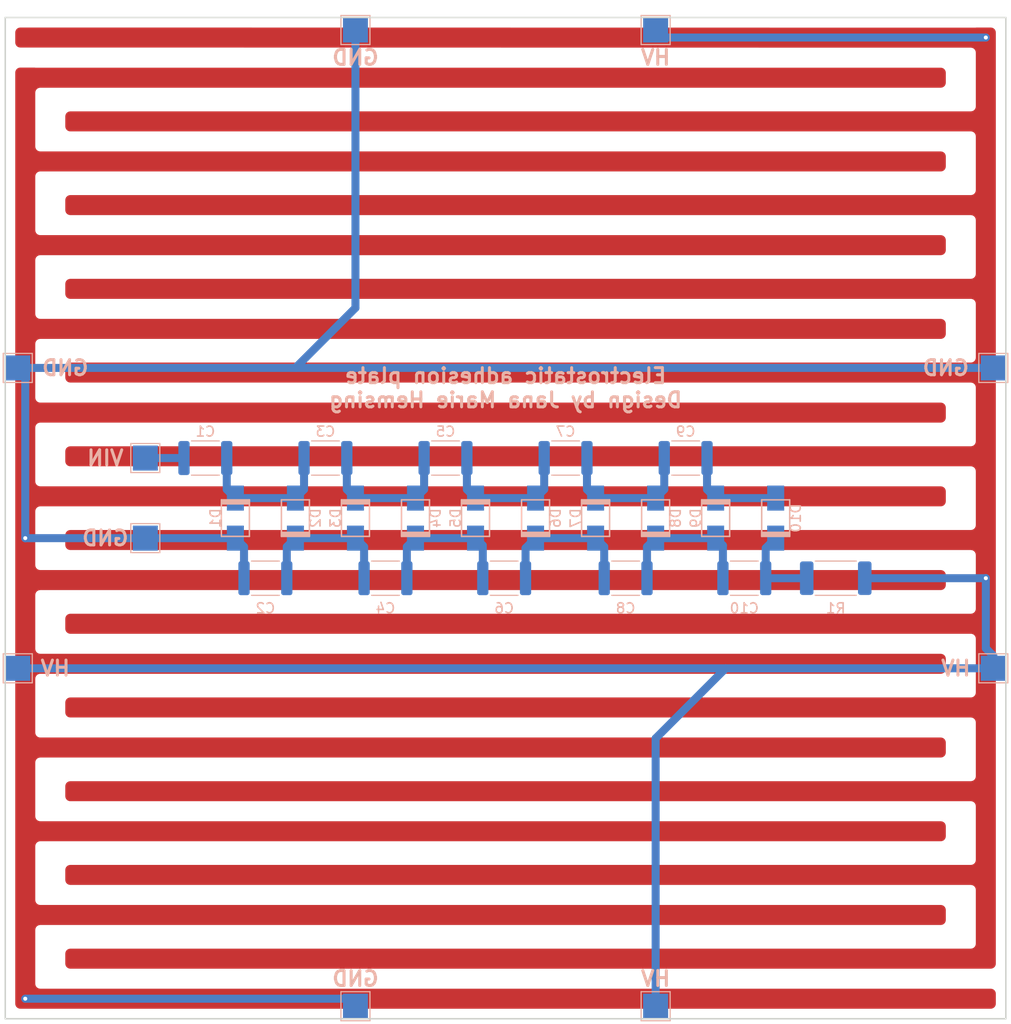
<source format=kicad_pcb>
(kicad_pcb (version 20171130) (host pcbnew 5.1.5+dfsg1-2build2)

  (general
    (thickness 1.6)
    (drawings 15)
    (tracks 82)
    (zones 0)
    (modules 31)
    (nets 14)
  )

  (page A4)
  (layers
    (0 F.Cu signal)
    (31 B.Cu signal)
    (32 B.Adhes user)
    (33 F.Adhes user)
    (34 B.Paste user)
    (35 F.Paste user)
    (36 B.SilkS user)
    (37 F.SilkS user)
    (38 B.Mask user)
    (39 F.Mask user)
    (40 Dwgs.User user)
    (41 Cmts.User user)
    (42 Eco1.User user)
    (43 Eco2.User user)
    (44 Edge.Cuts user)
    (45 Margin user)
    (46 B.CrtYd user)
    (47 F.CrtYd user)
    (48 B.Fab user hide)
    (49 F.Fab user hide)
  )

  (setup
    (last_trace_width 0.25)
    (user_trace_width 0.4)
    (user_trace_width 0.6)
    (user_trace_width 0.8)
    (trace_clearance 0.2)
    (zone_clearance 0.508)
    (zone_45_only no)
    (trace_min 0.2)
    (via_size 0.8)
    (via_drill 0.4)
    (via_min_size 0.4)
    (via_min_drill 0.3)
    (uvia_size 0.3)
    (uvia_drill 0.1)
    (uvias_allowed no)
    (uvia_min_size 0.2)
    (uvia_min_drill 0.1)
    (edge_width 0.15)
    (segment_width 0.2)
    (pcb_text_width 0.3)
    (pcb_text_size 1.5 1.5)
    (mod_edge_width 0.15)
    (mod_text_size 1 1)
    (mod_text_width 0.15)
    (pad_size 1.524 1.524)
    (pad_drill 0.762)
    (pad_to_mask_clearance 0.051)
    (solder_mask_min_width 0.25)
    (aux_axis_origin 0 0)
    (visible_elements FFFFFF7F)
    (pcbplotparams
      (layerselection 0x010fc_ffffffff)
      (usegerberextensions true)
      (usegerberattributes false)
      (usegerberadvancedattributes false)
      (creategerberjobfile false)
      (excludeedgelayer true)
      (linewidth 0.100000)
      (plotframeref false)
      (viasonmask false)
      (mode 1)
      (useauxorigin false)
      (hpglpennumber 1)
      (hpglpenspeed 20)
      (hpglpendiameter 15.000000)
      (psnegative false)
      (psa4output false)
      (plotreference true)
      (plotvalue true)
      (plotinvisibletext false)
      (padsonsilk false)
      (subtractmaskfromsilk false)
      (outputformat 1)
      (mirror false)
      (drillshape 0)
      (scaleselection 1)
      (outputdirectory "gerber/"))
  )

  (net 0 "")
  (net 1 "Net-(C1-Pad2)")
  (net 2 /N8)
  (net 3 /N9)
  (net 4 /N7)
  (net 5 /N6)
  (net 6 /N5)
  (net 7 /N4)
  (net 8 /N3)
  (net 9 /N2)
  (net 10 /N1)
  (net 11 /GND)
  (net 12 /N10)
  (net 13 /HV)

  (net_class Default "Dies ist die voreingestellte Netzklasse."
    (clearance 0.2)
    (trace_width 0.25)
    (via_dia 0.8)
    (via_drill 0.4)
    (uvia_dia 0.3)
    (uvia_drill 0.1)
    (add_net /GND)
    (add_net /HV)
    (add_net /N1)
    (add_net /N10)
    (add_net /N2)
    (add_net /N3)
    (add_net /N4)
    (add_net /N5)
    (add_net /N6)
    (add_net /N7)
    (add_net /N8)
    (add_net /N9)
    (add_net "Net-(C1-Pad2)")
  )

  (module Capacitor_SMD:C_1812_4532Metric (layer B.Cu) (tedit 5B301BBE) (tstamp 5C6A3060)
    (at 126 106 180)
    (descr "Capacitor SMD 1812 (4532 Metric), square (rectangular) end terminal, IPC_7351 nominal, (Body size source: https://www.nikhef.nl/pub/departments/mt/projects/detectorR_D/dtddice/ERJ2G.pdf), generated with kicad-footprint-generator")
    (tags capacitor)
    (path /5C4890BA)
    (attr smd)
    (fp_text reference C2 (at 0 -3 180) (layer B.SilkS)
      (effects (font (size 1 1) (thickness 0.15)) (justify mirror))
    )
    (fp_text value 1n (at 0 -2.65 180) (layer B.Fab)
      (effects (font (size 1 1) (thickness 0.15)) (justify mirror))
    )
    (fp_text user %R (at 0 0 180) (layer B.Fab)
      (effects (font (size 1 1) (thickness 0.15)) (justify mirror))
    )
    (fp_line (start 2.95 -1.95) (end -2.95 -1.95) (layer B.CrtYd) (width 0.05))
    (fp_line (start 2.95 1.95) (end 2.95 -1.95) (layer B.CrtYd) (width 0.05))
    (fp_line (start -2.95 1.95) (end 2.95 1.95) (layer B.CrtYd) (width 0.05))
    (fp_line (start -2.95 -1.95) (end -2.95 1.95) (layer B.CrtYd) (width 0.05))
    (fp_line (start -1.386252 -1.71) (end 1.386252 -1.71) (layer B.SilkS) (width 0.12))
    (fp_line (start -1.386252 1.71) (end 1.386252 1.71) (layer B.SilkS) (width 0.12))
    (fp_line (start 2.25 -1.6) (end -2.25 -1.6) (layer B.Fab) (width 0.1))
    (fp_line (start 2.25 1.6) (end 2.25 -1.6) (layer B.Fab) (width 0.1))
    (fp_line (start -2.25 1.6) (end 2.25 1.6) (layer B.Fab) (width 0.1))
    (fp_line (start -2.25 -1.6) (end -2.25 1.6) (layer B.Fab) (width 0.1))
    (pad 2 smd roundrect (at 2.1375 0 180) (size 1.125 3.4) (layers B.Cu B.Paste B.Mask) (roundrect_rratio 0.222222)
      (net 11 /GND))
    (pad 1 smd roundrect (at -2.1375 0 180) (size 1.125 3.4) (layers B.Cu B.Paste B.Mask) (roundrect_rratio 0.222222)
      (net 9 /N2))
    (model ${KISYS3DMOD}/Capacitor_SMD.3dshapes/C_1812_4532Metric.wrl
      (at (xyz 0 0 0))
      (scale (xyz 1 1 1))
      (rotate (xyz 0 0 0))
    )
  )

  (module Capacitor_SMD:C_1812_4532Metric (layer B.Cu) (tedit 5B301BBE) (tstamp 5C6A304F)
    (at 132 94 180)
    (descr "Capacitor SMD 1812 (4532 Metric), square (rectangular) end terminal, IPC_7351 nominal, (Body size source: https://www.nikhef.nl/pub/departments/mt/projects/detectorR_D/dtddice/ERJ2G.pdf), generated with kicad-footprint-generator")
    (tags capacitor)
    (path /5C489447)
    (attr smd)
    (fp_text reference C3 (at 0 2.65 180) (layer B.SilkS)
      (effects (font (size 1 1) (thickness 0.15)) (justify mirror))
    )
    (fp_text value 1n (at 0 -2.65 180) (layer B.Fab)
      (effects (font (size 1 1) (thickness 0.15)) (justify mirror))
    )
    (fp_text user %R (at 0 0 180) (layer B.Fab)
      (effects (font (size 1 1) (thickness 0.15)) (justify mirror))
    )
    (fp_line (start 2.95 -1.95) (end -2.95 -1.95) (layer B.CrtYd) (width 0.05))
    (fp_line (start 2.95 1.95) (end 2.95 -1.95) (layer B.CrtYd) (width 0.05))
    (fp_line (start -2.95 1.95) (end 2.95 1.95) (layer B.CrtYd) (width 0.05))
    (fp_line (start -2.95 -1.95) (end -2.95 1.95) (layer B.CrtYd) (width 0.05))
    (fp_line (start -1.386252 -1.71) (end 1.386252 -1.71) (layer B.SilkS) (width 0.12))
    (fp_line (start -1.386252 1.71) (end 1.386252 1.71) (layer B.SilkS) (width 0.12))
    (fp_line (start 2.25 -1.6) (end -2.25 -1.6) (layer B.Fab) (width 0.1))
    (fp_line (start 2.25 1.6) (end 2.25 -1.6) (layer B.Fab) (width 0.1))
    (fp_line (start -2.25 1.6) (end 2.25 1.6) (layer B.Fab) (width 0.1))
    (fp_line (start -2.25 -1.6) (end -2.25 1.6) (layer B.Fab) (width 0.1))
    (pad 2 smd roundrect (at 2.1375 0 180) (size 1.125 3.4) (layers B.Cu B.Paste B.Mask) (roundrect_rratio 0.222222)
      (net 10 /N1))
    (pad 1 smd roundrect (at -2.1375 0 180) (size 1.125 3.4) (layers B.Cu B.Paste B.Mask) (roundrect_rratio 0.222222)
      (net 8 /N3))
    (model ${KISYS3DMOD}/Capacitor_SMD.3dshapes/C_1812_4532Metric.wrl
      (at (xyz 0 0 0))
      (scale (xyz 1 1 1))
      (rotate (xyz 0 0 0))
    )
  )

  (module Capacitor_SMD:C_1812_4532Metric (layer B.Cu) (tedit 5B301BBE) (tstamp 5C6A303E)
    (at 138 106 180)
    (descr "Capacitor SMD 1812 (4532 Metric), square (rectangular) end terminal, IPC_7351 nominal, (Body size source: https://www.nikhef.nl/pub/departments/mt/projects/detectorR_D/dtddice/ERJ2G.pdf), generated with kicad-footprint-generator")
    (tags capacitor)
    (path /5C489455)
    (attr smd)
    (fp_text reference C4 (at 0 -3 180) (layer B.SilkS)
      (effects (font (size 1 1) (thickness 0.15)) (justify mirror))
    )
    (fp_text value 1n (at 0 -2.65 180) (layer B.Fab)
      (effects (font (size 1 1) (thickness 0.15)) (justify mirror))
    )
    (fp_text user %R (at 0 0 180) (layer B.Fab)
      (effects (font (size 1 1) (thickness 0.15)) (justify mirror))
    )
    (fp_line (start 2.95 -1.95) (end -2.95 -1.95) (layer B.CrtYd) (width 0.05))
    (fp_line (start 2.95 1.95) (end 2.95 -1.95) (layer B.CrtYd) (width 0.05))
    (fp_line (start -2.95 1.95) (end 2.95 1.95) (layer B.CrtYd) (width 0.05))
    (fp_line (start -2.95 -1.95) (end -2.95 1.95) (layer B.CrtYd) (width 0.05))
    (fp_line (start -1.386252 -1.71) (end 1.386252 -1.71) (layer B.SilkS) (width 0.12))
    (fp_line (start -1.386252 1.71) (end 1.386252 1.71) (layer B.SilkS) (width 0.12))
    (fp_line (start 2.25 -1.6) (end -2.25 -1.6) (layer B.Fab) (width 0.1))
    (fp_line (start 2.25 1.6) (end 2.25 -1.6) (layer B.Fab) (width 0.1))
    (fp_line (start -2.25 1.6) (end 2.25 1.6) (layer B.Fab) (width 0.1))
    (fp_line (start -2.25 -1.6) (end -2.25 1.6) (layer B.Fab) (width 0.1))
    (pad 2 smd roundrect (at 2.1375 0 180) (size 1.125 3.4) (layers B.Cu B.Paste B.Mask) (roundrect_rratio 0.222222)
      (net 9 /N2))
    (pad 1 smd roundrect (at -2.1375 0 180) (size 1.125 3.4) (layers B.Cu B.Paste B.Mask) (roundrect_rratio 0.222222)
      (net 7 /N4))
    (model ${KISYS3DMOD}/Capacitor_SMD.3dshapes/C_1812_4532Metric.wrl
      (at (xyz 0 0 0))
      (scale (xyz 1 1 1))
      (rotate (xyz 0 0 0))
    )
  )

  (module Capacitor_SMD:C_1812_4532Metric (layer B.Cu) (tedit 5B301BBE) (tstamp 5C6A302D)
    (at 144 94 180)
    (descr "Capacitor SMD 1812 (4532 Metric), square (rectangular) end terminal, IPC_7351 nominal, (Body size source: https://www.nikhef.nl/pub/departments/mt/projects/detectorR_D/dtddice/ERJ2G.pdf), generated with kicad-footprint-generator")
    (tags capacitor)
    (path /5C4896B9)
    (attr smd)
    (fp_text reference C5 (at 0 2.65 180) (layer B.SilkS)
      (effects (font (size 1 1) (thickness 0.15)) (justify mirror))
    )
    (fp_text value 1n (at 0 -2.65 180) (layer B.Fab)
      (effects (font (size 1 1) (thickness 0.15)) (justify mirror))
    )
    (fp_text user %R (at 0 0 180) (layer B.Fab)
      (effects (font (size 1 1) (thickness 0.15)) (justify mirror))
    )
    (fp_line (start 2.95 -1.95) (end -2.95 -1.95) (layer B.CrtYd) (width 0.05))
    (fp_line (start 2.95 1.95) (end 2.95 -1.95) (layer B.CrtYd) (width 0.05))
    (fp_line (start -2.95 1.95) (end 2.95 1.95) (layer B.CrtYd) (width 0.05))
    (fp_line (start -2.95 -1.95) (end -2.95 1.95) (layer B.CrtYd) (width 0.05))
    (fp_line (start -1.386252 -1.71) (end 1.386252 -1.71) (layer B.SilkS) (width 0.12))
    (fp_line (start -1.386252 1.71) (end 1.386252 1.71) (layer B.SilkS) (width 0.12))
    (fp_line (start 2.25 -1.6) (end -2.25 -1.6) (layer B.Fab) (width 0.1))
    (fp_line (start 2.25 1.6) (end 2.25 -1.6) (layer B.Fab) (width 0.1))
    (fp_line (start -2.25 1.6) (end 2.25 1.6) (layer B.Fab) (width 0.1))
    (fp_line (start -2.25 -1.6) (end -2.25 1.6) (layer B.Fab) (width 0.1))
    (pad 2 smd roundrect (at 2.1375 0 180) (size 1.125 3.4) (layers B.Cu B.Paste B.Mask) (roundrect_rratio 0.222222)
      (net 8 /N3))
    (pad 1 smd roundrect (at -2.1375 0 180) (size 1.125 3.4) (layers B.Cu B.Paste B.Mask) (roundrect_rratio 0.222222)
      (net 6 /N5))
    (model ${KISYS3DMOD}/Capacitor_SMD.3dshapes/C_1812_4532Metric.wrl
      (at (xyz 0 0 0))
      (scale (xyz 1 1 1))
      (rotate (xyz 0 0 0))
    )
  )

  (module Capacitor_SMD:C_1812_4532Metric (layer B.Cu) (tedit 5B301BBE) (tstamp 5C6A301C)
    (at 149.8625 106 180)
    (descr "Capacitor SMD 1812 (4532 Metric), square (rectangular) end terminal, IPC_7351 nominal, (Body size source: https://www.nikhef.nl/pub/departments/mt/projects/detectorR_D/dtddice/ERJ2G.pdf), generated with kicad-footprint-generator")
    (tags capacitor)
    (path /5C4896C7)
    (attr smd)
    (fp_text reference C6 (at 0 -3 180) (layer B.SilkS)
      (effects (font (size 1 1) (thickness 0.15)) (justify mirror))
    )
    (fp_text value 1n (at 0 -2.65 180) (layer B.Fab)
      (effects (font (size 1 1) (thickness 0.15)) (justify mirror))
    )
    (fp_text user %R (at 0 0 180) (layer B.Fab)
      (effects (font (size 1 1) (thickness 0.15)) (justify mirror))
    )
    (fp_line (start 2.95 -1.95) (end -2.95 -1.95) (layer B.CrtYd) (width 0.05))
    (fp_line (start 2.95 1.95) (end 2.95 -1.95) (layer B.CrtYd) (width 0.05))
    (fp_line (start -2.95 1.95) (end 2.95 1.95) (layer B.CrtYd) (width 0.05))
    (fp_line (start -2.95 -1.95) (end -2.95 1.95) (layer B.CrtYd) (width 0.05))
    (fp_line (start -1.386252 -1.71) (end 1.386252 -1.71) (layer B.SilkS) (width 0.12))
    (fp_line (start -1.386252 1.71) (end 1.386252 1.71) (layer B.SilkS) (width 0.12))
    (fp_line (start 2.25 -1.6) (end -2.25 -1.6) (layer B.Fab) (width 0.1))
    (fp_line (start 2.25 1.6) (end 2.25 -1.6) (layer B.Fab) (width 0.1))
    (fp_line (start -2.25 1.6) (end 2.25 1.6) (layer B.Fab) (width 0.1))
    (fp_line (start -2.25 -1.6) (end -2.25 1.6) (layer B.Fab) (width 0.1))
    (pad 2 smd roundrect (at 2.1375 0 180) (size 1.125 3.4) (layers B.Cu B.Paste B.Mask) (roundrect_rratio 0.222222)
      (net 7 /N4))
    (pad 1 smd roundrect (at -2.1375 0 180) (size 1.125 3.4) (layers B.Cu B.Paste B.Mask) (roundrect_rratio 0.222222)
      (net 5 /N6))
    (model ${KISYS3DMOD}/Capacitor_SMD.3dshapes/C_1812_4532Metric.wrl
      (at (xyz 0 0 0))
      (scale (xyz 1 1 1))
      (rotate (xyz 0 0 0))
    )
  )

  (module Capacitor_SMD:C_1812_4532Metric (layer B.Cu) (tedit 5B301BBE) (tstamp 5C6A300B)
    (at 156 94 180)
    (descr "Capacitor SMD 1812 (4532 Metric), square (rectangular) end terminal, IPC_7351 nominal, (Body size source: https://www.nikhef.nl/pub/departments/mt/projects/detectorR_D/dtddice/ERJ2G.pdf), generated with kicad-footprint-generator")
    (tags capacitor)
    (path /5C489A47)
    (attr smd)
    (fp_text reference C7 (at 0 2.65 180) (layer B.SilkS)
      (effects (font (size 1 1) (thickness 0.15)) (justify mirror))
    )
    (fp_text value 1n (at 0 -2.65 180) (layer B.Fab)
      (effects (font (size 1 1) (thickness 0.15)) (justify mirror))
    )
    (fp_text user %R (at 0 0 180) (layer B.Fab)
      (effects (font (size 1 1) (thickness 0.15)) (justify mirror))
    )
    (fp_line (start 2.95 -1.95) (end -2.95 -1.95) (layer B.CrtYd) (width 0.05))
    (fp_line (start 2.95 1.95) (end 2.95 -1.95) (layer B.CrtYd) (width 0.05))
    (fp_line (start -2.95 1.95) (end 2.95 1.95) (layer B.CrtYd) (width 0.05))
    (fp_line (start -2.95 -1.95) (end -2.95 1.95) (layer B.CrtYd) (width 0.05))
    (fp_line (start -1.386252 -1.71) (end 1.386252 -1.71) (layer B.SilkS) (width 0.12))
    (fp_line (start -1.386252 1.71) (end 1.386252 1.71) (layer B.SilkS) (width 0.12))
    (fp_line (start 2.25 -1.6) (end -2.25 -1.6) (layer B.Fab) (width 0.1))
    (fp_line (start 2.25 1.6) (end 2.25 -1.6) (layer B.Fab) (width 0.1))
    (fp_line (start -2.25 1.6) (end 2.25 1.6) (layer B.Fab) (width 0.1))
    (fp_line (start -2.25 -1.6) (end -2.25 1.6) (layer B.Fab) (width 0.1))
    (pad 2 smd roundrect (at 2.1375 0 180) (size 1.125 3.4) (layers B.Cu B.Paste B.Mask) (roundrect_rratio 0.222222)
      (net 6 /N5))
    (pad 1 smd roundrect (at -2.1375 0 180) (size 1.125 3.4) (layers B.Cu B.Paste B.Mask) (roundrect_rratio 0.222222)
      (net 4 /N7))
    (model ${KISYS3DMOD}/Capacitor_SMD.3dshapes/C_1812_4532Metric.wrl
      (at (xyz 0 0 0))
      (scale (xyz 1 1 1))
      (rotate (xyz 0 0 0))
    )
  )

  (module Capacitor_SMD:C_1812_4532Metric (layer B.Cu) (tedit 5B301BBE) (tstamp 5C6A2FFA)
    (at 162 106 180)
    (descr "Capacitor SMD 1812 (4532 Metric), square (rectangular) end terminal, IPC_7351 nominal, (Body size source: https://www.nikhef.nl/pub/departments/mt/projects/detectorR_D/dtddice/ERJ2G.pdf), generated with kicad-footprint-generator")
    (tags capacitor)
    (path /5C489A55)
    (attr smd)
    (fp_text reference C8 (at 0 -3 180) (layer B.SilkS)
      (effects (font (size 1 1) (thickness 0.15)) (justify mirror))
    )
    (fp_text value 1n (at 0 -2.65 180) (layer B.Fab)
      (effects (font (size 1 1) (thickness 0.15)) (justify mirror))
    )
    (fp_text user %R (at 0 0 180) (layer B.Fab)
      (effects (font (size 1 1) (thickness 0.15)) (justify mirror))
    )
    (fp_line (start 2.95 -1.95) (end -2.95 -1.95) (layer B.CrtYd) (width 0.05))
    (fp_line (start 2.95 1.95) (end 2.95 -1.95) (layer B.CrtYd) (width 0.05))
    (fp_line (start -2.95 1.95) (end 2.95 1.95) (layer B.CrtYd) (width 0.05))
    (fp_line (start -2.95 -1.95) (end -2.95 1.95) (layer B.CrtYd) (width 0.05))
    (fp_line (start -1.386252 -1.71) (end 1.386252 -1.71) (layer B.SilkS) (width 0.12))
    (fp_line (start -1.386252 1.71) (end 1.386252 1.71) (layer B.SilkS) (width 0.12))
    (fp_line (start 2.25 -1.6) (end -2.25 -1.6) (layer B.Fab) (width 0.1))
    (fp_line (start 2.25 1.6) (end 2.25 -1.6) (layer B.Fab) (width 0.1))
    (fp_line (start -2.25 1.6) (end 2.25 1.6) (layer B.Fab) (width 0.1))
    (fp_line (start -2.25 -1.6) (end -2.25 1.6) (layer B.Fab) (width 0.1))
    (pad 2 smd roundrect (at 2.1375 0 180) (size 1.125 3.4) (layers B.Cu B.Paste B.Mask) (roundrect_rratio 0.222222)
      (net 5 /N6))
    (pad 1 smd roundrect (at -2.1375 0 180) (size 1.125 3.4) (layers B.Cu B.Paste B.Mask) (roundrect_rratio 0.222222)
      (net 2 /N8))
    (model ${KISYS3DMOD}/Capacitor_SMD.3dshapes/C_1812_4532Metric.wrl
      (at (xyz 0 0 0))
      (scale (xyz 1 1 1))
      (rotate (xyz 0 0 0))
    )
  )

  (module Capacitor_SMD:C_1812_4532Metric (layer B.Cu) (tedit 5B301BBE) (tstamp 5C6A2FE9)
    (at 168 94 180)
    (descr "Capacitor SMD 1812 (4532 Metric), square (rectangular) end terminal, IPC_7351 nominal, (Body size source: https://www.nikhef.nl/pub/departments/mt/projects/detectorR_D/dtddice/ERJ2G.pdf), generated with kicad-footprint-generator")
    (tags capacitor)
    (path /5C489F75)
    (attr smd)
    (fp_text reference C9 (at 0 2.65 180) (layer B.SilkS)
      (effects (font (size 1 1) (thickness 0.15)) (justify mirror))
    )
    (fp_text value 1n (at 0 -2.65 180) (layer B.Fab)
      (effects (font (size 1 1) (thickness 0.15)) (justify mirror))
    )
    (fp_text user %R (at 0 0 180) (layer B.Fab)
      (effects (font (size 1 1) (thickness 0.15)) (justify mirror))
    )
    (fp_line (start 2.95 -1.95) (end -2.95 -1.95) (layer B.CrtYd) (width 0.05))
    (fp_line (start 2.95 1.95) (end 2.95 -1.95) (layer B.CrtYd) (width 0.05))
    (fp_line (start -2.95 1.95) (end 2.95 1.95) (layer B.CrtYd) (width 0.05))
    (fp_line (start -2.95 -1.95) (end -2.95 1.95) (layer B.CrtYd) (width 0.05))
    (fp_line (start -1.386252 -1.71) (end 1.386252 -1.71) (layer B.SilkS) (width 0.12))
    (fp_line (start -1.386252 1.71) (end 1.386252 1.71) (layer B.SilkS) (width 0.12))
    (fp_line (start 2.25 -1.6) (end -2.25 -1.6) (layer B.Fab) (width 0.1))
    (fp_line (start 2.25 1.6) (end 2.25 -1.6) (layer B.Fab) (width 0.1))
    (fp_line (start -2.25 1.6) (end 2.25 1.6) (layer B.Fab) (width 0.1))
    (fp_line (start -2.25 -1.6) (end -2.25 1.6) (layer B.Fab) (width 0.1))
    (pad 2 smd roundrect (at 2.1375 0 180) (size 1.125 3.4) (layers B.Cu B.Paste B.Mask) (roundrect_rratio 0.222222)
      (net 4 /N7))
    (pad 1 smd roundrect (at -2.1375 0 180) (size 1.125 3.4) (layers B.Cu B.Paste B.Mask) (roundrect_rratio 0.222222)
      (net 3 /N9))
    (model ${KISYS3DMOD}/Capacitor_SMD.3dshapes/C_1812_4532Metric.wrl
      (at (xyz 0 0 0))
      (scale (xyz 1 1 1))
      (rotate (xyz 0 0 0))
    )
  )

  (module Capacitor_SMD:C_1812_4532Metric (layer B.Cu) (tedit 5B301BBE) (tstamp 5C6A2FD8)
    (at 173.8625 106 180)
    (descr "Capacitor SMD 1812 (4532 Metric), square (rectangular) end terminal, IPC_7351 nominal, (Body size source: https://www.nikhef.nl/pub/departments/mt/projects/detectorR_D/dtddice/ERJ2G.pdf), generated with kicad-footprint-generator")
    (tags capacitor)
    (path /5C489F83)
    (attr smd)
    (fp_text reference C10 (at 0 -3 180) (layer B.SilkS)
      (effects (font (size 1 1) (thickness 0.15)) (justify mirror))
    )
    (fp_text value 1n (at 0 -2.65 180) (layer B.Fab)
      (effects (font (size 1 1) (thickness 0.15)) (justify mirror))
    )
    (fp_text user %R (at 0 0 180) (layer B.Fab)
      (effects (font (size 1 1) (thickness 0.15)) (justify mirror))
    )
    (fp_line (start 2.95 -1.95) (end -2.95 -1.95) (layer B.CrtYd) (width 0.05))
    (fp_line (start 2.95 1.95) (end 2.95 -1.95) (layer B.CrtYd) (width 0.05))
    (fp_line (start -2.95 1.95) (end 2.95 1.95) (layer B.CrtYd) (width 0.05))
    (fp_line (start -2.95 -1.95) (end -2.95 1.95) (layer B.CrtYd) (width 0.05))
    (fp_line (start -1.386252 -1.71) (end 1.386252 -1.71) (layer B.SilkS) (width 0.12))
    (fp_line (start -1.386252 1.71) (end 1.386252 1.71) (layer B.SilkS) (width 0.12))
    (fp_line (start 2.25 -1.6) (end -2.25 -1.6) (layer B.Fab) (width 0.1))
    (fp_line (start 2.25 1.6) (end 2.25 -1.6) (layer B.Fab) (width 0.1))
    (fp_line (start -2.25 1.6) (end 2.25 1.6) (layer B.Fab) (width 0.1))
    (fp_line (start -2.25 -1.6) (end -2.25 1.6) (layer B.Fab) (width 0.1))
    (pad 2 smd roundrect (at 2.1375 0 180) (size 1.125 3.4) (layers B.Cu B.Paste B.Mask) (roundrect_rratio 0.222222)
      (net 2 /N8))
    (pad 1 smd roundrect (at -2.1375 0 180) (size 1.125 3.4) (layers B.Cu B.Paste B.Mask) (roundrect_rratio 0.222222)
      (net 12 /N10))
    (model ${KISYS3DMOD}/Capacitor_SMD.3dshapes/C_1812_4532Metric.wrl
      (at (xyz 0 0 0))
      (scale (xyz 1 1 1))
      (rotate (xyz 0 0 0))
    )
  )

  (module TestPoint:TestPoint_Pad_2.5x2.5mm (layer B.Cu) (tedit 5C48AC5E) (tstamp 5C6A2FA7)
    (at 114 94 180)
    (descr "SMD rectangular pad as test Point, square 2.5mm side length")
    (tags "test point SMD pad rectangle square")
    (path /5C48BF63)
    (attr virtual)
    (fp_text reference J1 (at 0 2.148 180) (layer B.SilkS) hide
      (effects (font (size 1 1) (thickness 0.15)) (justify mirror))
    )
    (fp_text value VIN (at 0 -2.25 180) (layer B.Fab)
      (effects (font (size 1 1) (thickness 0.15)) (justify mirror))
    )
    (fp_line (start 1.75 -1.75) (end -1.75 -1.75) (layer B.CrtYd) (width 0.05))
    (fp_line (start 1.75 -1.75) (end 1.75 1.75) (layer B.CrtYd) (width 0.05))
    (fp_line (start -1.75 1.75) (end -1.75 -1.75) (layer B.CrtYd) (width 0.05))
    (fp_line (start -1.75 1.75) (end 1.75 1.75) (layer B.CrtYd) (width 0.05))
    (fp_line (start -1.45 -1.45) (end -1.45 1.45) (layer B.SilkS) (width 0.12))
    (fp_line (start 1.45 -1.45) (end -1.45 -1.45) (layer B.SilkS) (width 0.12))
    (fp_line (start 1.45 1.45) (end 1.45 -1.45) (layer B.SilkS) (width 0.12))
    (fp_line (start -1.45 1.45) (end 1.45 1.45) (layer B.SilkS) (width 0.12))
    (fp_text user %R (at 0 2.15 180) (layer B.Fab)
      (effects (font (size 1 1) (thickness 0.15)) (justify mirror))
    )
    (pad 1 smd rect (at 0 0 180) (size 2.5 2.5) (layers B.Cu B.Mask)
      (net 1 "Net-(C1-Pad2)"))
  )

  (module TestPoint:TestPoint_Pad_2.5x2.5mm (layer B.Cu) (tedit 5C48B132) (tstamp 5C6A2F99)
    (at 135 148.75 180)
    (descr "SMD rectangular pad as test Point, square 2.5mm side length")
    (tags "test point SMD pad rectangle square")
    (path /5C48BB48)
    (attr virtual)
    (fp_text reference J2 (at 0 2.148 180) (layer B.SilkS) hide
      (effects (font (size 1 1) (thickness 0.15)) (justify mirror))
    )
    (fp_text value GND (at 0 -2.25 180) (layer B.Fab)
      (effects (font (size 1 1) (thickness 0.15)) (justify mirror))
    )
    (fp_line (start 1.75 -1.75) (end -1.75 -1.75) (layer B.CrtYd) (width 0.05))
    (fp_line (start 1.75 -1.75) (end 1.75 1.75) (layer B.CrtYd) (width 0.05))
    (fp_line (start -1.75 1.75) (end -1.75 -1.75) (layer B.CrtYd) (width 0.05))
    (fp_line (start -1.75 1.75) (end 1.75 1.75) (layer B.CrtYd) (width 0.05))
    (fp_line (start -1.45 -1.45) (end -1.45 1.45) (layer B.SilkS) (width 0.12))
    (fp_line (start 1.45 -1.45) (end -1.45 -1.45) (layer B.SilkS) (width 0.12))
    (fp_line (start 1.45 1.45) (end 1.45 -1.45) (layer B.SilkS) (width 0.12))
    (fp_line (start -1.45 1.45) (end 1.45 1.45) (layer B.SilkS) (width 0.12))
    (fp_text user %R (at 0 2.15 180) (layer B.Fab)
      (effects (font (size 1 1) (thickness 0.15)) (justify mirror))
    )
    (pad 1 smd rect (at 0 0 180) (size 2.5 2.5) (layers B.Cu B.Mask)
      (net 11 /GND))
  )

  (module TestPoint:TestPoint_Pad_2.5x2.5mm (layer B.Cu) (tedit 5C48AC62) (tstamp 5C6A2F8B)
    (at 114 102 180)
    (descr "SMD rectangular pad as test Point, square 2.5mm side length")
    (tags "test point SMD pad rectangle square")
    (path /5C48FB05)
    (attr virtual)
    (fp_text reference J3 (at 0 2.148 180) (layer B.SilkS) hide
      (effects (font (size 1 1) (thickness 0.15)) (justify mirror))
    )
    (fp_text value GND (at 0 -2.25 180) (layer B.Fab)
      (effects (font (size 1 1) (thickness 0.15)) (justify mirror))
    )
    (fp_line (start 1.75 -1.75) (end -1.75 -1.75) (layer B.CrtYd) (width 0.05))
    (fp_line (start 1.75 -1.75) (end 1.75 1.75) (layer B.CrtYd) (width 0.05))
    (fp_line (start -1.75 1.75) (end -1.75 -1.75) (layer B.CrtYd) (width 0.05))
    (fp_line (start -1.75 1.75) (end 1.75 1.75) (layer B.CrtYd) (width 0.05))
    (fp_line (start -1.45 -1.45) (end -1.45 1.45) (layer B.SilkS) (width 0.12))
    (fp_line (start 1.45 -1.45) (end -1.45 -1.45) (layer B.SilkS) (width 0.12))
    (fp_line (start 1.45 1.45) (end 1.45 -1.45) (layer B.SilkS) (width 0.12))
    (fp_line (start -1.45 1.45) (end 1.45 1.45) (layer B.SilkS) (width 0.12))
    (fp_text user %R (at 0 2.15 180) (layer B.Fab)
      (effects (font (size 1 1) (thickness 0.15)) (justify mirror))
    )
    (pad 1 smd rect (at 0 0 180) (size 2.5 2.5) (layers B.Cu B.Mask)
      (net 11 /GND))
  )

  (module TestPoint:TestPoint_Pad_2.5x2.5mm (layer B.Cu) (tedit 5C48AC25) (tstamp 5C6A2F7D)
    (at 198.75 85 180)
    (descr "SMD rectangular pad as test Point, square 2.5mm side length")
    (tags "test point SMD pad rectangle square")
    (path /5C490265)
    (attr virtual)
    (fp_text reference J4 (at 0 2.148 180) (layer B.SilkS) hide
      (effects (font (size 1 1) (thickness 0.15)) (justify mirror))
    )
    (fp_text value GND (at 0 -2.25 180) (layer B.Fab)
      (effects (font (size 1 1) (thickness 0.15)) (justify mirror))
    )
    (fp_line (start 1.75 -1.75) (end -1.75 -1.75) (layer B.CrtYd) (width 0.05))
    (fp_line (start 1.75 -1.75) (end 1.75 1.75) (layer B.CrtYd) (width 0.05))
    (fp_line (start -1.75 1.75) (end -1.75 -1.75) (layer B.CrtYd) (width 0.05))
    (fp_line (start -1.75 1.75) (end 1.75 1.75) (layer B.CrtYd) (width 0.05))
    (fp_line (start -1.45 -1.45) (end -1.45 1.45) (layer B.SilkS) (width 0.12))
    (fp_line (start 1.45 -1.45) (end -1.45 -1.45) (layer B.SilkS) (width 0.12))
    (fp_line (start 1.45 1.45) (end 1.45 -1.45) (layer B.SilkS) (width 0.12))
    (fp_line (start -1.45 1.45) (end 1.45 1.45) (layer B.SilkS) (width 0.12))
    (fp_text user %R (at 0 2.15 180) (layer B.Fab)
      (effects (font (size 1 1) (thickness 0.15)) (justify mirror))
    )
    (pad 1 smd rect (at 0 0 180) (size 2.5 2.5) (layers B.Cu B.Mask)
      (net 11 /GND))
  )

  (module TestPoint:TestPoint_Pad_2.5x2.5mm (layer B.Cu) (tedit 5C48AC13) (tstamp 5C6A2F6F)
    (at 135 51.25 180)
    (descr "SMD rectangular pad as test Point, square 2.5mm side length")
    (tags "test point SMD pad rectangle square")
    (path /5C490A61)
    (attr virtual)
    (fp_text reference J5 (at 0 2.148 180) (layer B.SilkS) hide
      (effects (font (size 1 1) (thickness 0.15)) (justify mirror))
    )
    (fp_text value GND (at 0 -2.25 180) (layer B.Fab)
      (effects (font (size 1 1) (thickness 0.15)) (justify mirror))
    )
    (fp_line (start 1.75 -1.75) (end -1.75 -1.75) (layer B.CrtYd) (width 0.05))
    (fp_line (start 1.75 -1.75) (end 1.75 1.75) (layer B.CrtYd) (width 0.05))
    (fp_line (start -1.75 1.75) (end -1.75 -1.75) (layer B.CrtYd) (width 0.05))
    (fp_line (start -1.75 1.75) (end 1.75 1.75) (layer B.CrtYd) (width 0.05))
    (fp_line (start -1.45 -1.45) (end -1.45 1.45) (layer B.SilkS) (width 0.12))
    (fp_line (start 1.45 -1.45) (end -1.45 -1.45) (layer B.SilkS) (width 0.12))
    (fp_line (start 1.45 1.45) (end 1.45 -1.45) (layer B.SilkS) (width 0.12))
    (fp_line (start -1.45 1.45) (end 1.45 1.45) (layer B.SilkS) (width 0.12))
    (fp_text user %R (at 0 2.15 180) (layer B.Fab)
      (effects (font (size 1 1) (thickness 0.15)) (justify mirror))
    )
    (pad 1 smd rect (at 0 0 180) (size 2.5 2.5) (layers B.Cu B.Mask)
      (net 11 /GND))
  )

  (module TestPoint:TestPoint_Pad_2.5x2.5mm (layer B.Cu) (tedit 5C48B136) (tstamp 5C6A2F61)
    (at 165 148.75 180)
    (descr "SMD rectangular pad as test Point, square 2.5mm side length")
    (tags "test point SMD pad rectangle square")
    (path /5C48D2D4)
    (attr virtual)
    (fp_text reference J7 (at 0 2.148 180) (layer B.SilkS) hide
      (effects (font (size 1 1) (thickness 0.15)) (justify mirror))
    )
    (fp_text value HV (at 0 -2.25 180) (layer B.Fab)
      (effects (font (size 1 1) (thickness 0.15)) (justify mirror))
    )
    (fp_line (start 1.75 -1.75) (end -1.75 -1.75) (layer B.CrtYd) (width 0.05))
    (fp_line (start 1.75 -1.75) (end 1.75 1.75) (layer B.CrtYd) (width 0.05))
    (fp_line (start -1.75 1.75) (end -1.75 -1.75) (layer B.CrtYd) (width 0.05))
    (fp_line (start -1.75 1.75) (end 1.75 1.75) (layer B.CrtYd) (width 0.05))
    (fp_line (start -1.45 -1.45) (end -1.45 1.45) (layer B.SilkS) (width 0.12))
    (fp_line (start 1.45 -1.45) (end -1.45 -1.45) (layer B.SilkS) (width 0.12))
    (fp_line (start 1.45 1.45) (end 1.45 -1.45) (layer B.SilkS) (width 0.12))
    (fp_line (start -1.45 1.45) (end 1.45 1.45) (layer B.SilkS) (width 0.12))
    (fp_text user %R (at 0 2.15 180) (layer B.Fab)
      (effects (font (size 1 1) (thickness 0.15)) (justify mirror))
    )
    (pad 1 smd rect (at 0 0 180) (size 2.5 2.5) (layers B.Cu B.Mask)
      (net 13 /HV))
  )

  (module TestPoint:TestPoint_Pad_2.5x2.5mm (layer B.Cu) (tedit 5C48AC17) (tstamp 5C6A2F53)
    (at 165 51.25 180)
    (descr "SMD rectangular pad as test Point, square 2.5mm side length")
    (tags "test point SMD pad rectangle square")
    (path /5C48C014)
    (attr virtual)
    (fp_text reference J8 (at 0 2.148 180) (layer B.SilkS) hide
      (effects (font (size 1 1) (thickness 0.15)) (justify mirror))
    )
    (fp_text value HV (at 0 -2.25 180) (layer B.Fab)
      (effects (font (size 1 1) (thickness 0.15)) (justify mirror))
    )
    (fp_line (start 1.75 -1.75) (end -1.75 -1.75) (layer B.CrtYd) (width 0.05))
    (fp_line (start 1.75 -1.75) (end 1.75 1.75) (layer B.CrtYd) (width 0.05))
    (fp_line (start -1.75 1.75) (end -1.75 -1.75) (layer B.CrtYd) (width 0.05))
    (fp_line (start -1.75 1.75) (end 1.75 1.75) (layer B.CrtYd) (width 0.05))
    (fp_line (start -1.45 -1.45) (end -1.45 1.45) (layer B.SilkS) (width 0.12))
    (fp_line (start 1.45 -1.45) (end -1.45 -1.45) (layer B.SilkS) (width 0.12))
    (fp_line (start 1.45 1.45) (end 1.45 -1.45) (layer B.SilkS) (width 0.12))
    (fp_line (start -1.45 1.45) (end 1.45 1.45) (layer B.SilkS) (width 0.12))
    (fp_text user %R (at 0 2.15 180) (layer B.Fab)
      (effects (font (size 1 1) (thickness 0.15)) (justify mirror))
    )
    (pad 1 smd rect (at 0 0 180) (size 2.5 2.5) (layers B.Cu B.Mask)
      (net 13 /HV))
  )

  (module TestPoint:TestPoint_Pad_2.5x2.5mm (layer B.Cu) (tedit 5C48AC1F) (tstamp 5C6A2F45)
    (at 198.75 115 180)
    (descr "SMD rectangular pad as test Point, square 2.5mm side length")
    (tags "test point SMD pad rectangle square")
    (path /5C48D8C9)
    (attr virtual)
    (fp_text reference J9 (at 0 2.148 180) (layer B.SilkS) hide
      (effects (font (size 1 1) (thickness 0.15)) (justify mirror))
    )
    (fp_text value HV (at 0 -2.25 180) (layer B.Fab)
      (effects (font (size 1 1) (thickness 0.15)) (justify mirror))
    )
    (fp_line (start 1.75 -1.75) (end -1.75 -1.75) (layer B.CrtYd) (width 0.05))
    (fp_line (start 1.75 -1.75) (end 1.75 1.75) (layer B.CrtYd) (width 0.05))
    (fp_line (start -1.75 1.75) (end -1.75 -1.75) (layer B.CrtYd) (width 0.05))
    (fp_line (start -1.75 1.75) (end 1.75 1.75) (layer B.CrtYd) (width 0.05))
    (fp_line (start -1.45 -1.45) (end -1.45 1.45) (layer B.SilkS) (width 0.12))
    (fp_line (start 1.45 -1.45) (end -1.45 -1.45) (layer B.SilkS) (width 0.12))
    (fp_line (start 1.45 1.45) (end 1.45 -1.45) (layer B.SilkS) (width 0.12))
    (fp_line (start -1.45 1.45) (end 1.45 1.45) (layer B.SilkS) (width 0.12))
    (fp_text user %R (at 0 2.15 180) (layer B.Fab)
      (effects (font (size 1 1) (thickness 0.15)) (justify mirror))
    )
    (pad 1 smd rect (at 0 0 180) (size 2.5 2.5) (layers B.Cu B.Mask)
      (net 13 /HV))
  )

  (module TestPoint:TestPoint_Pad_2.5x2.5mm (layer B.Cu) (tedit 5C48B140) (tstamp 5C6A2F37)
    (at 101.25 115 180)
    (descr "SMD rectangular pad as test Point, square 2.5mm side length")
    (tags "test point SMD pad rectangle square")
    (path /5C48DEB8)
    (attr virtual)
    (fp_text reference J10 (at 0 2.148 180) (layer B.SilkS) hide
      (effects (font (size 1 1) (thickness 0.15)) (justify mirror))
    )
    (fp_text value HV (at 0 -2.25 180) (layer B.Fab)
      (effects (font (size 1 1) (thickness 0.15)) (justify mirror))
    )
    (fp_line (start 1.75 -1.75) (end -1.75 -1.75) (layer B.CrtYd) (width 0.05))
    (fp_line (start 1.75 -1.75) (end 1.75 1.75) (layer B.CrtYd) (width 0.05))
    (fp_line (start -1.75 1.75) (end -1.75 -1.75) (layer B.CrtYd) (width 0.05))
    (fp_line (start -1.75 1.75) (end 1.75 1.75) (layer B.CrtYd) (width 0.05))
    (fp_line (start -1.45 -1.45) (end -1.45 1.45) (layer B.SilkS) (width 0.12))
    (fp_line (start 1.45 -1.45) (end -1.45 -1.45) (layer B.SilkS) (width 0.12))
    (fp_line (start 1.45 1.45) (end 1.45 -1.45) (layer B.SilkS) (width 0.12))
    (fp_line (start -1.45 1.45) (end 1.45 1.45) (layer B.SilkS) (width 0.12))
    (fp_text user %R (at 0 2.15 180) (layer B.Fab)
      (effects (font (size 1 1) (thickness 0.15)) (justify mirror))
    )
    (pad 1 smd rect (at 0 0 180) (size 2.5 2.5) (layers B.Cu B.Mask)
      (net 13 /HV))
  )

  (module TestPoint:TestPoint_Pad_2.5x2.5mm (layer B.Cu) (tedit 5C48B145) (tstamp 5C6A2F29)
    (at 101.25 85 180)
    (descr "SMD rectangular pad as test Point, square 2.5mm side length")
    (tags "test point SMD pad rectangle square")
    (path /5C4911D9)
    (attr virtual)
    (fp_text reference J6 (at 0 2.148 180) (layer B.SilkS) hide
      (effects (font (size 1 1) (thickness 0.15)) (justify mirror))
    )
    (fp_text value GND (at 0 -2.25 180) (layer B.Fab)
      (effects (font (size 1 1) (thickness 0.15)) (justify mirror))
    )
    (fp_line (start 1.75 -1.75) (end -1.75 -1.75) (layer B.CrtYd) (width 0.05))
    (fp_line (start 1.75 -1.75) (end 1.75 1.75) (layer B.CrtYd) (width 0.05))
    (fp_line (start -1.75 1.75) (end -1.75 -1.75) (layer B.CrtYd) (width 0.05))
    (fp_line (start -1.75 1.75) (end 1.75 1.75) (layer B.CrtYd) (width 0.05))
    (fp_line (start -1.45 -1.45) (end -1.45 1.45) (layer B.SilkS) (width 0.12))
    (fp_line (start 1.45 -1.45) (end -1.45 -1.45) (layer B.SilkS) (width 0.12))
    (fp_line (start 1.45 1.45) (end 1.45 -1.45) (layer B.SilkS) (width 0.12))
    (fp_line (start -1.45 1.45) (end 1.45 1.45) (layer B.SilkS) (width 0.12))
    (fp_text user %R (at 0 2.15 180) (layer B.Fab)
      (effects (font (size 1 1) (thickness 0.15)) (justify mirror))
    )
    (pad 1 smd rect (at 0 0 180) (size 2.5 2.5) (layers B.Cu B.Mask)
      (net 11 /GND))
  )

  (module otter:SMAF (layer B.Cu) (tedit 5C4895B1) (tstamp 5C6A2F1B)
    (at 177 100 90)
    (path /5C489F8A)
    (attr smd)
    (fp_text reference D10 (at 0 2 90) (layer B.SilkS)
      (effects (font (size 1 1) (thickness 0.15)) (justify mirror))
    )
    (fp_text value SS34 (at 0 7 90) (layer B.Fab)
      (effects (font (size 1 1) (thickness 0.15)) (justify mirror))
    )
    (fp_line (start -1.425 1.4) (end -1.425 -1.4) (layer B.SilkS) (width 0.15))
    (fp_line (start -1.525 1.4) (end -1.525 -1.4) (layer B.SilkS) (width 0.15))
    (fp_line (start -1.725 1.4) (end -1.725 -1.4) (layer B.SilkS) (width 0.15))
    (fp_line (start -1.625 1.4) (end -1.625 -1.4) (layer B.SilkS) (width 0.15))
    (fp_line (start -1.825 -1.4) (end 1.825 -1.4) (layer B.SilkS) (width 0.15))
    (fp_line (start -1.825 1.4) (end -1.825 -1.4) (layer B.SilkS) (width 0.15))
    (fp_line (start 1.825 1.4) (end -1.825 1.4) (layer B.SilkS) (width 0.15))
    (fp_line (start 1.825 -1.4) (end 1.825 1.4) (layer B.SilkS) (width 0.15))
    (pad 2 smd rect (at 2 0 90) (size 2.5 1.7) (layers B.Cu B.Paste B.Mask)
      (net 3 /N9))
    (pad 1 smd rect (at -2 0 90) (size 2.5 1.7) (layers B.Cu B.Paste B.Mask)
      (net 12 /N10))
  )

  (module otter:SMAF (layer B.Cu) (tedit 5C4895B1) (tstamp 5C6A2EF3)
    (at 129 99.999999 90)
    (path /5C4890FC)
    (attr smd)
    (fp_text reference D2 (at -0.000001 2 90) (layer B.SilkS)
      (effects (font (size 1 1) (thickness 0.15)) (justify mirror))
    )
    (fp_text value SS34 (at 0 7 90) (layer B.Fab)
      (effects (font (size 1 1) (thickness 0.15)) (justify mirror))
    )
    (fp_line (start -1.425 1.4) (end -1.425 -1.4) (layer B.SilkS) (width 0.15))
    (fp_line (start -1.525 1.4) (end -1.525 -1.4) (layer B.SilkS) (width 0.15))
    (fp_line (start -1.725 1.4) (end -1.725 -1.4) (layer B.SilkS) (width 0.15))
    (fp_line (start -1.625 1.4) (end -1.625 -1.4) (layer B.SilkS) (width 0.15))
    (fp_line (start -1.825 -1.4) (end 1.825 -1.4) (layer B.SilkS) (width 0.15))
    (fp_line (start -1.825 1.4) (end -1.825 -1.4) (layer B.SilkS) (width 0.15))
    (fp_line (start 1.825 1.4) (end -1.825 1.4) (layer B.SilkS) (width 0.15))
    (fp_line (start 1.825 -1.4) (end 1.825 1.4) (layer B.SilkS) (width 0.15))
    (pad 2 smd rect (at 2 0 90) (size 2.5 1.7) (layers B.Cu B.Paste B.Mask)
      (net 10 /N1))
    (pad 1 smd rect (at -2 0 90) (size 2.5 1.7) (layers B.Cu B.Paste B.Mask)
      (net 9 /N2))
  )

  (module otter:SMAF (layer B.Cu) (tedit 5C4895B1) (tstamp 5C6A2EE5)
    (at 135 100 270)
    (path /5C48944E)
    (attr smd)
    (fp_text reference D3 (at 0 2 270) (layer B.SilkS)
      (effects (font (size 1 1) (thickness 0.15)) (justify mirror))
    )
    (fp_text value SS34 (at 0 7 270) (layer B.Fab)
      (effects (font (size 1 1) (thickness 0.15)) (justify mirror))
    )
    (fp_line (start -1.425 1.4) (end -1.425 -1.4) (layer B.SilkS) (width 0.15))
    (fp_line (start -1.525 1.4) (end -1.525 -1.4) (layer B.SilkS) (width 0.15))
    (fp_line (start -1.725 1.4) (end -1.725 -1.4) (layer B.SilkS) (width 0.15))
    (fp_line (start -1.625 1.4) (end -1.625 -1.4) (layer B.SilkS) (width 0.15))
    (fp_line (start -1.825 -1.4) (end 1.825 -1.4) (layer B.SilkS) (width 0.15))
    (fp_line (start -1.825 1.4) (end -1.825 -1.4) (layer B.SilkS) (width 0.15))
    (fp_line (start 1.825 1.4) (end -1.825 1.4) (layer B.SilkS) (width 0.15))
    (fp_line (start 1.825 -1.4) (end 1.825 1.4) (layer B.SilkS) (width 0.15))
    (pad 2 smd rect (at 2 0 270) (size 2.5 1.7) (layers B.Cu B.Paste B.Mask)
      (net 9 /N2))
    (pad 1 smd rect (at -2 0 270) (size 2.5 1.7) (layers B.Cu B.Paste B.Mask)
      (net 8 /N3))
  )

  (module otter:SMAF (layer B.Cu) (tedit 5C4895B1) (tstamp 5C6A2ED7)
    (at 141 100 90)
    (path /5C48945C)
    (attr smd)
    (fp_text reference D4 (at 0 2 90) (layer B.SilkS)
      (effects (font (size 1 1) (thickness 0.15)) (justify mirror))
    )
    (fp_text value SS34 (at 0 7 90) (layer B.Fab)
      (effects (font (size 1 1) (thickness 0.15)) (justify mirror))
    )
    (fp_line (start -1.425 1.4) (end -1.425 -1.4) (layer B.SilkS) (width 0.15))
    (fp_line (start -1.525 1.4) (end -1.525 -1.4) (layer B.SilkS) (width 0.15))
    (fp_line (start -1.725 1.4) (end -1.725 -1.4) (layer B.SilkS) (width 0.15))
    (fp_line (start -1.625 1.4) (end -1.625 -1.4) (layer B.SilkS) (width 0.15))
    (fp_line (start -1.825 -1.4) (end 1.825 -1.4) (layer B.SilkS) (width 0.15))
    (fp_line (start -1.825 1.4) (end -1.825 -1.4) (layer B.SilkS) (width 0.15))
    (fp_line (start 1.825 1.4) (end -1.825 1.4) (layer B.SilkS) (width 0.15))
    (fp_line (start 1.825 -1.4) (end 1.825 1.4) (layer B.SilkS) (width 0.15))
    (pad 2 smd rect (at 2 0 90) (size 2.5 1.7) (layers B.Cu B.Paste B.Mask)
      (net 8 /N3))
    (pad 1 smd rect (at -2 0 90) (size 2.5 1.7) (layers B.Cu B.Paste B.Mask)
      (net 7 /N4))
  )

  (module otter:SMAF (layer B.Cu) (tedit 5C4895B1) (tstamp 5C6A2EC9)
    (at 147 100 270)
    (path /5C4896C0)
    (attr smd)
    (fp_text reference D5 (at 0 2 270) (layer B.SilkS)
      (effects (font (size 1 1) (thickness 0.15)) (justify mirror))
    )
    (fp_text value SS34 (at 0 7 270) (layer B.Fab)
      (effects (font (size 1 1) (thickness 0.15)) (justify mirror))
    )
    (fp_line (start -1.425 1.4) (end -1.425 -1.4) (layer B.SilkS) (width 0.15))
    (fp_line (start -1.525 1.4) (end -1.525 -1.4) (layer B.SilkS) (width 0.15))
    (fp_line (start -1.725 1.4) (end -1.725 -1.4) (layer B.SilkS) (width 0.15))
    (fp_line (start -1.625 1.4) (end -1.625 -1.4) (layer B.SilkS) (width 0.15))
    (fp_line (start -1.825 -1.4) (end 1.825 -1.4) (layer B.SilkS) (width 0.15))
    (fp_line (start -1.825 1.4) (end -1.825 -1.4) (layer B.SilkS) (width 0.15))
    (fp_line (start 1.825 1.4) (end -1.825 1.4) (layer B.SilkS) (width 0.15))
    (fp_line (start 1.825 -1.4) (end 1.825 1.4) (layer B.SilkS) (width 0.15))
    (pad 2 smd rect (at 2 0 270) (size 2.5 1.7) (layers B.Cu B.Paste B.Mask)
      (net 7 /N4))
    (pad 1 smd rect (at -2 0 270) (size 2.5 1.7) (layers B.Cu B.Paste B.Mask)
      (net 6 /N5))
  )

  (module otter:SMAF (layer B.Cu) (tedit 5C4895B1) (tstamp 5C6A2EBB)
    (at 153 99.999999 90)
    (path /5C4896CE)
    (attr smd)
    (fp_text reference D6 (at -0.000001 2 90) (layer B.SilkS)
      (effects (font (size 1 1) (thickness 0.15)) (justify mirror))
    )
    (fp_text value SS34 (at 0 7 90) (layer B.Fab)
      (effects (font (size 1 1) (thickness 0.15)) (justify mirror))
    )
    (fp_line (start -1.425 1.4) (end -1.425 -1.4) (layer B.SilkS) (width 0.15))
    (fp_line (start -1.525 1.4) (end -1.525 -1.4) (layer B.SilkS) (width 0.15))
    (fp_line (start -1.725 1.4) (end -1.725 -1.4) (layer B.SilkS) (width 0.15))
    (fp_line (start -1.625 1.4) (end -1.625 -1.4) (layer B.SilkS) (width 0.15))
    (fp_line (start -1.825 -1.4) (end 1.825 -1.4) (layer B.SilkS) (width 0.15))
    (fp_line (start -1.825 1.4) (end -1.825 -1.4) (layer B.SilkS) (width 0.15))
    (fp_line (start 1.825 1.4) (end -1.825 1.4) (layer B.SilkS) (width 0.15))
    (fp_line (start 1.825 -1.4) (end 1.825 1.4) (layer B.SilkS) (width 0.15))
    (pad 2 smd rect (at 2 0 90) (size 2.5 1.7) (layers B.Cu B.Paste B.Mask)
      (net 6 /N5))
    (pad 1 smd rect (at -2 0 90) (size 2.5 1.7) (layers B.Cu B.Paste B.Mask)
      (net 5 /N6))
  )

  (module otter:SMAF (layer B.Cu) (tedit 5C4895B1) (tstamp 5C6A2EAD)
    (at 159 100.000001 270)
    (path /5C489A4E)
    (attr smd)
    (fp_text reference D7 (at -0.000001 2 270) (layer B.SilkS)
      (effects (font (size 1 1) (thickness 0.15)) (justify mirror))
    )
    (fp_text value SS34 (at 0 7 270) (layer B.Fab)
      (effects (font (size 1 1) (thickness 0.15)) (justify mirror))
    )
    (fp_line (start -1.425 1.4) (end -1.425 -1.4) (layer B.SilkS) (width 0.15))
    (fp_line (start -1.525 1.4) (end -1.525 -1.4) (layer B.SilkS) (width 0.15))
    (fp_line (start -1.725 1.4) (end -1.725 -1.4) (layer B.SilkS) (width 0.15))
    (fp_line (start -1.625 1.4) (end -1.625 -1.4) (layer B.SilkS) (width 0.15))
    (fp_line (start -1.825 -1.4) (end 1.825 -1.4) (layer B.SilkS) (width 0.15))
    (fp_line (start -1.825 1.4) (end -1.825 -1.4) (layer B.SilkS) (width 0.15))
    (fp_line (start 1.825 1.4) (end -1.825 1.4) (layer B.SilkS) (width 0.15))
    (fp_line (start 1.825 -1.4) (end 1.825 1.4) (layer B.SilkS) (width 0.15))
    (pad 2 smd rect (at 2 0 270) (size 2.5 1.7) (layers B.Cu B.Paste B.Mask)
      (net 5 /N6))
    (pad 1 smd rect (at -2 0 270) (size 2.5 1.7) (layers B.Cu B.Paste B.Mask)
      (net 4 /N7))
  )

  (module otter:SMAF (layer B.Cu) (tedit 5C4895B1) (tstamp 5C6A2E9F)
    (at 165 100 90)
    (path /5C489A5C)
    (attr smd)
    (fp_text reference D8 (at 0 2 90) (layer B.SilkS)
      (effects (font (size 1 1) (thickness 0.15)) (justify mirror))
    )
    (fp_text value SS34 (at 0 7 90) (layer B.Fab)
      (effects (font (size 1 1) (thickness 0.15)) (justify mirror))
    )
    (fp_line (start -1.425 1.4) (end -1.425 -1.4) (layer B.SilkS) (width 0.15))
    (fp_line (start -1.525 1.4) (end -1.525 -1.4) (layer B.SilkS) (width 0.15))
    (fp_line (start -1.725 1.4) (end -1.725 -1.4) (layer B.SilkS) (width 0.15))
    (fp_line (start -1.625 1.4) (end -1.625 -1.4) (layer B.SilkS) (width 0.15))
    (fp_line (start -1.825 -1.4) (end 1.825 -1.4) (layer B.SilkS) (width 0.15))
    (fp_line (start -1.825 1.4) (end -1.825 -1.4) (layer B.SilkS) (width 0.15))
    (fp_line (start 1.825 1.4) (end -1.825 1.4) (layer B.SilkS) (width 0.15))
    (fp_line (start 1.825 -1.4) (end 1.825 1.4) (layer B.SilkS) (width 0.15))
    (pad 2 smd rect (at 2 0 90) (size 2.5 1.7) (layers B.Cu B.Paste B.Mask)
      (net 4 /N7))
    (pad 1 smd rect (at -2 0 90) (size 2.5 1.7) (layers B.Cu B.Paste B.Mask)
      (net 2 /N8))
  )

  (module otter:SMAF (layer B.Cu) (tedit 5C4895B1) (tstamp 5C6A2E91)
    (at 171 100 270)
    (path /5C489F7C)
    (attr smd)
    (fp_text reference D9 (at 0 2 270) (layer B.SilkS)
      (effects (font (size 1 1) (thickness 0.15)) (justify mirror))
    )
    (fp_text value SS34 (at 0 7 270) (layer B.Fab)
      (effects (font (size 1 1) (thickness 0.15)) (justify mirror))
    )
    (fp_line (start -1.425 1.4) (end -1.425 -1.4) (layer B.SilkS) (width 0.15))
    (fp_line (start -1.525 1.4) (end -1.525 -1.4) (layer B.SilkS) (width 0.15))
    (fp_line (start -1.725 1.4) (end -1.725 -1.4) (layer B.SilkS) (width 0.15))
    (fp_line (start -1.625 1.4) (end -1.625 -1.4) (layer B.SilkS) (width 0.15))
    (fp_line (start -1.825 -1.4) (end 1.825 -1.4) (layer B.SilkS) (width 0.15))
    (fp_line (start -1.825 1.4) (end -1.825 -1.4) (layer B.SilkS) (width 0.15))
    (fp_line (start 1.825 1.4) (end -1.825 1.4) (layer B.SilkS) (width 0.15))
    (fp_line (start 1.825 -1.4) (end 1.825 1.4) (layer B.SilkS) (width 0.15))
    (pad 2 smd rect (at 2 0 270) (size 2.5 1.7) (layers B.Cu B.Paste B.Mask)
      (net 2 /N8))
    (pad 1 smd rect (at -2 0 270) (size 2.5 1.7) (layers B.Cu B.Paste B.Mask)
      (net 3 /N9))
  )

  (module Capacitor_SMD:C_1812_4532Metric (layer B.Cu) (tedit 5B301BBE) (tstamp 5C5F6B4A)
    (at 120 94 180)
    (descr "Capacitor SMD 1812 (4532 Metric), square (rectangular) end terminal, IPC_7351 nominal, (Body size source: https://www.nikhef.nl/pub/departments/mt/projects/detectorR_D/dtddice/ERJ2G.pdf), generated with kicad-footprint-generator")
    (tags capacitor)
    (path /5C488B6C)
    (attr smd)
    (fp_text reference C1 (at 0 2.65 180) (layer B.SilkS)
      (effects (font (size 1 1) (thickness 0.15)) (justify mirror))
    )
    (fp_text value 1n (at 0 -2.65 180) (layer B.Fab)
      (effects (font (size 1 1) (thickness 0.15)) (justify mirror))
    )
    (fp_text user %R (at 0 0 180) (layer B.Fab)
      (effects (font (size 1 1) (thickness 0.15)) (justify mirror))
    )
    (fp_line (start 2.95 -1.95) (end -2.95 -1.95) (layer B.CrtYd) (width 0.05))
    (fp_line (start 2.95 1.95) (end 2.95 -1.95) (layer B.CrtYd) (width 0.05))
    (fp_line (start -2.95 1.95) (end 2.95 1.95) (layer B.CrtYd) (width 0.05))
    (fp_line (start -2.95 -1.95) (end -2.95 1.95) (layer B.CrtYd) (width 0.05))
    (fp_line (start -1.386252 -1.71) (end 1.386252 -1.71) (layer B.SilkS) (width 0.12))
    (fp_line (start -1.386252 1.71) (end 1.386252 1.71) (layer B.SilkS) (width 0.12))
    (fp_line (start 2.25 -1.6) (end -2.25 -1.6) (layer B.Fab) (width 0.1))
    (fp_line (start 2.25 1.6) (end 2.25 -1.6) (layer B.Fab) (width 0.1))
    (fp_line (start -2.25 1.6) (end 2.25 1.6) (layer B.Fab) (width 0.1))
    (fp_line (start -2.25 -1.6) (end -2.25 1.6) (layer B.Fab) (width 0.1))
    (pad 2 smd roundrect (at 2.1375 0 180) (size 1.125 3.4) (layers B.Cu B.Paste B.Mask) (roundrect_rratio 0.222222)
      (net 1 "Net-(C1-Pad2)"))
    (pad 1 smd roundrect (at -2.1375 0 180) (size 1.125 3.4) (layers B.Cu B.Paste B.Mask) (roundrect_rratio 0.222222)
      (net 10 /N1))
    (model ${KISYS3DMOD}/Capacitor_SMD.3dshapes/C_1812_4532Metric.wrl
      (at (xyz 0 0 0))
      (scale (xyz 1 1 1))
      (rotate (xyz 0 0 0))
    )
  )

  (module Resistor_SMD:R_2512_6332Metric (layer B.Cu) (tedit 5B301BBD) (tstamp 5C5F6B39)
    (at 183 106 180)
    (descr "Resistor SMD 2512 (6332 Metric), square (rectangular) end terminal, IPC_7351 nominal, (Body size source: http://www.tortai-tech.com/upload/download/2011102023233369053.pdf), generated with kicad-footprint-generator")
    (tags resistor)
    (path /5C488BEF)
    (attr smd)
    (fp_text reference R1 (at 0 -3 180) (layer B.SilkS)
      (effects (font (size 1 1) (thickness 0.15)) (justify mirror))
    )
    (fp_text value 33M (at 0 -2.62 180) (layer B.Fab)
      (effects (font (size 1 1) (thickness 0.15)) (justify mirror))
    )
    (fp_text user %R (at 0 0 180) (layer B.Fab)
      (effects (font (size 1 1) (thickness 0.15)) (justify mirror))
    )
    (fp_line (start 3.82 -1.92) (end -3.82 -1.92) (layer B.CrtYd) (width 0.05))
    (fp_line (start 3.82 1.92) (end 3.82 -1.92) (layer B.CrtYd) (width 0.05))
    (fp_line (start -3.82 1.92) (end 3.82 1.92) (layer B.CrtYd) (width 0.05))
    (fp_line (start -3.82 -1.92) (end -3.82 1.92) (layer B.CrtYd) (width 0.05))
    (fp_line (start -2.052064 -1.71) (end 2.052064 -1.71) (layer B.SilkS) (width 0.12))
    (fp_line (start -2.052064 1.71) (end 2.052064 1.71) (layer B.SilkS) (width 0.12))
    (fp_line (start 3.15 -1.6) (end -3.15 -1.6) (layer B.Fab) (width 0.1))
    (fp_line (start 3.15 1.6) (end 3.15 -1.6) (layer B.Fab) (width 0.1))
    (fp_line (start -3.15 1.6) (end 3.15 1.6) (layer B.Fab) (width 0.1))
    (fp_line (start -3.15 -1.6) (end -3.15 1.6) (layer B.Fab) (width 0.1))
    (pad 2 smd roundrect (at 2.9 0 180) (size 1.35 3.35) (layers B.Cu B.Paste B.Mask) (roundrect_rratio 0.185185)
      (net 12 /N10))
    (pad 1 smd roundrect (at -2.9 0 180) (size 1.35 3.35) (layers B.Cu B.Paste B.Mask) (roundrect_rratio 0.185185)
      (net 13 /HV))
    (model ${KISYS3DMOD}/Resistor_SMD.3dshapes/R_2512_6332Metric.wrl
      (at (xyz 0 0 0))
      (scale (xyz 1 1 1))
      (rotate (xyz 0 0 0))
    )
  )

  (module otter:SMAF (layer B.Cu) (tedit 5C4895B1) (tstamp 5C5F6B28)
    (at 123 100 270)
    (path /5C488BAC)
    (attr smd)
    (fp_text reference D1 (at 0 2 90) (layer B.SilkS)
      (effects (font (size 1 1) (thickness 0.15)) (justify mirror))
    )
    (fp_text value SS34 (at 0 7 270) (layer B.Fab)
      (effects (font (size 1 1) (thickness 0.15)) (justify mirror))
    )
    (fp_line (start -1.425 1.4) (end -1.425 -1.4) (layer B.SilkS) (width 0.15))
    (fp_line (start -1.525 1.4) (end -1.525 -1.4) (layer B.SilkS) (width 0.15))
    (fp_line (start -1.725 1.4) (end -1.725 -1.4) (layer B.SilkS) (width 0.15))
    (fp_line (start -1.625 1.4) (end -1.625 -1.4) (layer B.SilkS) (width 0.15))
    (fp_line (start -1.825 -1.4) (end 1.825 -1.4) (layer B.SilkS) (width 0.15))
    (fp_line (start -1.825 1.4) (end -1.825 -1.4) (layer B.SilkS) (width 0.15))
    (fp_line (start 1.825 1.4) (end -1.825 1.4) (layer B.SilkS) (width 0.15))
    (fp_line (start 1.825 -1.4) (end 1.825 1.4) (layer B.SilkS) (width 0.15))
    (pad 2 smd rect (at 2 0 270) (size 2.5 1.7) (layers B.Cu B.Paste B.Mask)
      (net 11 /GND))
    (pad 1 smd rect (at -2 0 270) (size 2.5 1.7) (layers B.Cu B.Paste B.Mask)
      (net 10 /N1))
  )

  (gr_text GND (at 194 85) (layer B.SilkS)
    (effects (font (size 1.5 1.5) (thickness 0.3)) (justify mirror))
  )
  (gr_text GND (at 106 85) (layer B.SilkS)
    (effects (font (size 1.5 1.5) (thickness 0.3)) (justify mirror))
  )
  (gr_text GND (at 135 146) (layer B.SilkS)
    (effects (font (size 1.5 1.5) (thickness 0.3)) (justify mirror))
  )
  (gr_text GND (at 135 54) (layer B.SilkS)
    (effects (font (size 1.5 1.5) (thickness 0.3)) (justify mirror))
  )
  (gr_text HV (at 165 54) (layer B.SilkS)
    (effects (font (size 1.5 1.5) (thickness 0.3)) (justify mirror))
  )
  (gr_text HV (at 165 146) (layer B.SilkS)
    (effects (font (size 1.5 1.5) (thickness 0.3)) (justify mirror))
  )
  (gr_text HV (at 195 115) (layer B.SilkS)
    (effects (font (size 1.5 1.5) (thickness 0.3)) (justify mirror))
  )
  (gr_text HV (at 105 115) (layer B.SilkS)
    (effects (font (size 1.5 1.5) (thickness 0.3)) (justify mirror))
  )
  (gr_text "Electrostatic adhesion plate\nDesign by Jana Marie Hemsing" (at 150 87) (layer B.SilkS)
    (effects (font (size 1.5 1.5) (thickness 0.3)) (justify mirror))
  )
  (gr_text VIN (at 110 94) (layer B.SilkS)
    (effects (font (size 1.5 1.5) (thickness 0.3)) (justify mirror))
  )
  (gr_text GND (at 110 102) (layer B.SilkS)
    (effects (font (size 1.5 1.5) (thickness 0.3)) (justify mirror))
  )
  (gr_line (start 100 50) (end 200 50) (layer Edge.Cuts) (width 0.15))
  (gr_line (start 200 50) (end 200 150) (layer Edge.Cuts) (width 0.15))
  (gr_line (start 100 150) (end 200 150) (layer Edge.Cuts) (width 0.15))
  (gr_line (start 100 50) (end 100 150) (layer Edge.Cuts) (width 0.15))

  (segment (start 114 94) (end 117.8625 94) (width 0.8) (layer B.Cu) (net 1))
  (segment (start 164.1375 102.8625) (end 165 102) (width 0.8) (layer B.Cu) (net 2))
  (segment (start 164.1375 106) (end 164.1375 102.8625) (width 0.8) (layer B.Cu) (net 2))
  (segment (start 171.725 102.725) (end 171 102) (width 0.8) (layer B.Cu) (net 2))
  (segment (start 171.725 106) (end 171.725 102.725) (width 0.8) (layer B.Cu) (net 2))
  (segment (start 171 102) (end 165 102) (width 0.8) (layer B.Cu) (net 2))
  (segment (start 170.1375 97.1375) (end 171 98) (width 0.8) (layer B.Cu) (net 3))
  (segment (start 170.1375 94) (end 170.1375 97.1375) (width 0.8) (layer B.Cu) (net 3))
  (segment (start 171 98) (end 177 98) (width 0.8) (layer B.Cu) (net 3))
  (segment (start 158.1375 97.137501) (end 159 98.000001) (width 0.8) (layer B.Cu) (net 4))
  (segment (start 158.1375 94) (end 158.1375 97.137501) (width 0.8) (layer B.Cu) (net 4))
  (segment (start 165.8625 97.1375) (end 165 98) (width 0.8) (layer B.Cu) (net 4))
  (segment (start 165.8625 94) (end 165.8625 97.1375) (width 0.8) (layer B.Cu) (net 4))
  (segment (start 164.999999 98.000001) (end 165 98) (width 0.8) (layer B.Cu) (net 4))
  (segment (start 159 98.000001) (end 164.999999 98.000001) (width 0.8) (layer B.Cu) (net 4))
  (segment (start 152 102.999999) (end 153 101.999999) (width 0.8) (layer B.Cu) (net 5))
  (segment (start 152 106) (end 152 102.999999) (width 0.8) (layer B.Cu) (net 5))
  (segment (start 159.8625 102.862501) (end 159 102.000001) (width 0.8) (layer B.Cu) (net 5))
  (segment (start 159.8625 106) (end 159.8625 102.862501) (width 0.8) (layer B.Cu) (net 5))
  (segment (start 153.000002 102.000001) (end 153 101.999999) (width 0.8) (layer B.Cu) (net 5))
  (segment (start 159 102.000001) (end 153.000002 102.000001) (width 0.8) (layer B.Cu) (net 5))
  (segment (start 146.1375 97.1375) (end 147 98) (width 0.8) (layer B.Cu) (net 6))
  (segment (start 146.1375 94) (end 146.1375 97.1375) (width 0.8) (layer B.Cu) (net 6))
  (segment (start 153.8625 97.137499) (end 153 97.999999) (width 0.8) (layer B.Cu) (net 6))
  (segment (start 153.8625 94) (end 153.8625 97.137499) (width 0.8) (layer B.Cu) (net 6))
  (segment (start 147.000001 97.999999) (end 147 98) (width 0.8) (layer B.Cu) (net 6))
  (segment (start 153 97.999999) (end 147.000001 97.999999) (width 0.8) (layer B.Cu) (net 6))
  (segment (start 140.1375 102.8625) (end 141 102) (width 0.8) (layer B.Cu) (net 7))
  (segment (start 140.1375 106) (end 140.1375 102.8625) (width 0.8) (layer B.Cu) (net 7))
  (segment (start 147.725 102.725) (end 147 102) (width 0.8) (layer B.Cu) (net 7))
  (segment (start 147.725 106) (end 147.725 102.725) (width 0.8) (layer B.Cu) (net 7))
  (segment (start 147 102) (end 141 102) (width 0.8) (layer B.Cu) (net 7))
  (segment (start 134.1375 97.1375) (end 135 98) (width 0.8) (layer B.Cu) (net 8))
  (segment (start 134.1375 94) (end 134.1375 97.1375) (width 0.8) (layer B.Cu) (net 8))
  (segment (start 141.8625 97.1375) (end 141 98) (width 0.8) (layer B.Cu) (net 8))
  (segment (start 141.8625 94) (end 141.8625 97.1375) (width 0.8) (layer B.Cu) (net 8))
  (segment (start 135 98) (end 141 98) (width 0.8) (layer B.Cu) (net 8))
  (segment (start 128.1375 102.862499) (end 129 101.999999) (width 0.8) (layer B.Cu) (net 9))
  (segment (start 128.1375 106) (end 128.1375 102.862499) (width 0.8) (layer B.Cu) (net 9))
  (segment (start 134.999999 101.999999) (end 135 102) (width 0.8) (layer B.Cu) (net 9))
  (segment (start 129 101.999999) (end 134.999999 101.999999) (width 0.8) (layer B.Cu) (net 9))
  (segment (start 135.8625 102.8625) (end 135 102) (width 0.8) (layer B.Cu) (net 9))
  (segment (start 135.8625 106) (end 135.8625 102.8625) (width 0.8) (layer B.Cu) (net 9))
  (segment (start 122.1375 97.1375) (end 123 98) (width 0.8) (layer B.Cu) (net 10))
  (segment (start 122.1375 94) (end 122.1375 97.1375) (width 0.8) (layer B.Cu) (net 10))
  (segment (start 129.8625 97.137499) (end 129 97.999999) (width 0.8) (layer B.Cu) (net 10))
  (segment (start 129.8625 94) (end 129.8625 97.137499) (width 0.8) (layer B.Cu) (net 10))
  (segment (start 123.000001 97.999999) (end 123 98) (width 0.8) (layer B.Cu) (net 10))
  (segment (start 129 97.999999) (end 123.000001 97.999999) (width 0.8) (layer B.Cu) (net 10))
  (segment (start 114 102) (end 123 102) (width 0.8) (layer B.Cu) (net 11))
  (segment (start 123.8625 102.8625) (end 123 102) (width 0.8) (layer B.Cu) (net 11))
  (segment (start 123.8625 106) (end 123.8625 102.8625) (width 0.8) (layer B.Cu) (net 11))
  (segment (start 114 102) (end 111.95 102) (width 0.8) (layer B.Cu) (net 11))
  (via (at 102 102) (size 0.8) (drill 0.4) (layers F.Cu B.Cu) (net 11))
  (segment (start 111.95 102) (end 102 102) (width 0.8) (layer B.Cu) (net 11))
  (segment (start 101.25 85) (end 101.25 85.25) (width 0.8) (layer B.Cu) (net 11))
  (segment (start 102 86) (end 102 102) (width 0.8) (layer B.Cu) (net 11))
  (segment (start 101.25 85.25) (end 102 86) (width 0.8) (layer B.Cu) (net 11))
  (segment (start 135 51.25) (end 135 79) (width 0.8) (layer B.Cu) (net 11))
  (segment (start 135 79) (end 129 85) (width 0.8) (layer B.Cu) (net 11))
  (segment (start 101.25 85) (end 129 85) (width 0.8) (layer B.Cu) (net 11))
  (segment (start 129 85) (end 198.75 85) (width 0.8) (layer B.Cu) (net 11))
  (segment (start 135 148.75) (end 134.75 148.75) (width 0.8) (layer B.Cu) (net 11))
  (segment (start 134.75 148.75) (end 134 148) (width 0.8) (layer B.Cu) (net 11))
  (segment (start 134 148) (end 102 148) (width 0.8) (layer B.Cu) (net 11))
  (via (at 102 148) (size 0.8) (drill 0.4) (layers F.Cu B.Cu) (net 11))
  (segment (start 176 103) (end 177 102) (width 0.8) (layer B.Cu) (net 12))
  (segment (start 176 106) (end 176 103) (width 0.8) (layer B.Cu) (net 12))
  (segment (start 180.1 106) (end 176 106) (width 0.8) (layer B.Cu) (net 12))
  (segment (start 185.9 106) (end 198 106) (width 0.8) (layer B.Cu) (net 13))
  (via (at 198 106) (size 0.8) (drill 0.4) (layers F.Cu B.Cu) (net 13))
  (segment (start 198.75 113.75) (end 198 113) (width 0.8) (layer B.Cu) (net 13))
  (segment (start 198.75 115) (end 198.75 113.75) (width 0.8) (layer B.Cu) (net 13))
  (segment (start 198 113) (end 198 106) (width 0.8) (layer B.Cu) (net 13))
  (segment (start 165 122) (end 172 115) (width 0.8) (layer B.Cu) (net 13))
  (segment (start 165 148.75) (end 165 122) (width 0.8) (layer B.Cu) (net 13))
  (segment (start 101.25 115) (end 172 115) (width 0.8) (layer B.Cu) (net 13))
  (segment (start 172 115) (end 198.75 115) (width 0.8) (layer B.Cu) (net 13))
  (via (at 198 52) (size 0.8) (drill 0.4) (layers F.Cu B.Cu) (net 13))
  (segment (start 166 52) (end 198 52) (width 0.8) (layer B.Cu) (net 13))
  (segment (start 165 51.25) (end 165.25 51.25) (width 0.8) (layer B.Cu) (net 13))
  (segment (start 165.25 51.25) (end 166 52) (width 0.8) (layer B.Cu) (net 13))

  (zone (net 13) (net_name /HV) (layer F.Cu) (tstamp 5C6AB7A0) (hatch edge 0.508)
    (connect_pads yes (clearance 0.508))
    (min_thickness 0.254)
    (fill yes (arc_segments 32) (thermal_gap 0.508) (thermal_bridge_width 0.508) (smoothing fillet) (radius 0.5))
    (polygon
      (pts
        (xy 199 145) (xy 106 145) (xy 106 143) (xy 197 143) (xy 197 136.6375)
        (xy 106 136.6375) (xy 106 134.6375) (xy 197 134.6375) (xy 197 128.275) (xy 106 128.275)
        (xy 106 126.275) (xy 197 126.275) (xy 197 119.9125) (xy 106 119.9125) (xy 106 117.9125)
        (xy 197 117.9125) (xy 197 111.55) (xy 106 111.55) (xy 106 109.55) (xy 197 109.55)
        (xy 197 103.1875) (xy 106 103.1875) (xy 106 101.1875) (xy 197 101.1875) (xy 197 94.825)
        (xy 106 94.825) (xy 106 92.825) (xy 197 92.825) (xy 197 86.4625) (xy 106 86.4625)
        (xy 106 84.4625) (xy 197 84.4625) (xy 197 78.1) (xy 106 78.1) (xy 106 76.1)
        (xy 197 76.1) (xy 197 69.7375) (xy 106 69.7375) (xy 106 67.7375) (xy 197 67.7375)
        (xy 197 61.375) (xy 106 61.375) (xy 106 59.375) (xy 197 59.375) (xy 197 53.012245)
        (xy 101 53) (xy 101 51) (xy 197 51.012245) (xy 197 51) (xy 199 51)
      )
    )
    (filled_polygon
      (pts
        (xy 198.596257 51.140769) (xy 198.685955 51.177923) (xy 198.762976 51.237024) (xy 198.822077 51.314045) (xy 198.859231 51.403743)
        (xy 198.873 51.508328) (xy 198.873 144.491672) (xy 198.859231 144.596257) (xy 198.822077 144.685955) (xy 198.762976 144.762976)
        (xy 198.685955 144.822077) (xy 198.596257 144.859231) (xy 198.491672 144.873) (xy 106.508328 144.873) (xy 106.403743 144.859231)
        (xy 106.314045 144.822077) (xy 106.237024 144.762976) (xy 106.177923 144.685955) (xy 106.140769 144.596257) (xy 106.127 144.491672)
        (xy 106.127 143.508328) (xy 106.140769 143.403743) (xy 106.177923 143.314045) (xy 106.237024 143.237024) (xy 106.314045 143.177923)
        (xy 106.403743 143.140769) (xy 106.508328 143.127) (xy 196.5 143.127) (xy 196.516577 143.125914) (xy 196.645987 143.108877)
        (xy 196.678011 143.100296) (xy 196.798601 143.050346) (xy 196.827313 143.033768) (xy 196.930866 142.954308) (xy 196.954308 142.930866)
        (xy 197.033768 142.827313) (xy 197.050346 142.798601) (xy 197.100296 142.678011) (xy 197.108877 142.645987) (xy 197.125914 142.516577)
        (xy 197.127 142.5) (xy 197.127 137.1375) (xy 197.125914 137.120923) (xy 197.108877 136.991513) (xy 197.100296 136.959489)
        (xy 197.050346 136.838899) (xy 197.033768 136.810187) (xy 196.954308 136.706634) (xy 196.930866 136.683192) (xy 196.827313 136.603732)
        (xy 196.798601 136.587154) (xy 196.678011 136.537204) (xy 196.645987 136.528623) (xy 196.516577 136.511586) (xy 196.5 136.5105)
        (xy 106.508328 136.5105) (xy 106.403743 136.496731) (xy 106.314045 136.459577) (xy 106.237024 136.400476) (xy 106.177923 136.323455)
        (xy 106.140769 136.233757) (xy 106.127 136.129172) (xy 106.127 135.145828) (xy 106.140769 135.041243) (xy 106.177923 134.951545)
        (xy 106.237024 134.874524) (xy 106.314045 134.815423) (xy 106.403743 134.778269) (xy 106.508328 134.7645) (xy 196.5 134.7645)
        (xy 196.516577 134.763414) (xy 196.645987 134.746377) (xy 196.678011 134.737796) (xy 196.798601 134.687846) (xy 196.827313 134.671268)
        (xy 196.930866 134.591808) (xy 196.954308 134.568366) (xy 197.033768 134.464813) (xy 197.050346 134.436101) (xy 197.100296 134.315511)
        (xy 197.108877 134.283487) (xy 197.125914 134.154077) (xy 197.127 134.1375) (xy 197.127 128.775) (xy 197.125914 128.758423)
        (xy 197.108877 128.629013) (xy 197.100296 128.596989) (xy 197.050346 128.476399) (xy 197.033768 128.447687) (xy 196.954308 128.344134)
        (xy 196.930866 128.320692) (xy 196.827313 128.241232) (xy 196.798601 128.224654) (xy 196.678011 128.174704) (xy 196.645987 128.166123)
        (xy 196.516577 128.149086) (xy 196.5 128.148) (xy 106.508328 128.148) (xy 106.403743 128.134231) (xy 106.314045 128.097077)
        (xy 106.237024 128.037976) (xy 106.177923 127.960955) (xy 106.140769 127.871257) (xy 106.127 127.766672) (xy 106.127 126.783328)
        (xy 106.140769 126.678743) (xy 106.177923 126.589045) (xy 106.237024 126.512024) (xy 106.314045 126.452923) (xy 106.403743 126.415769)
        (xy 106.508328 126.402) (xy 196.5 126.402) (xy 196.516577 126.400914) (xy 196.645987 126.383877) (xy 196.678011 126.375296)
        (xy 196.798601 126.325346) (xy 196.827313 126.308768) (xy 196.930866 126.229308) (xy 196.954308 126.205866) (xy 197.033768 126.102313)
        (xy 197.050346 126.073601) (xy 197.100296 125.953011) (xy 197.108877 125.920987) (xy 197.125914 125.791577) (xy 197.127 125.775)
        (xy 197.127 120.4125) (xy 197.125914 120.395923) (xy 197.108877 120.266513) (xy 197.100296 120.234489) (xy 197.050346 120.113899)
        (xy 197.033768 120.085187) (xy 196.954308 119.981634) (xy 196.930866 119.958192) (xy 196.827313 119.878732) (xy 196.798601 119.862154)
        (xy 196.678011 119.812204) (xy 196.645987 119.803623) (xy 196.516577 119.786586) (xy 196.5 119.7855) (xy 106.508328 119.7855)
        (xy 106.403743 119.771731) (xy 106.314045 119.734577) (xy 106.237024 119.675476) (xy 106.177923 119.598455) (xy 106.140769 119.508757)
        (xy 106.127 119.404172) (xy 106.127 118.420828) (xy 106.140769 118.316243) (xy 106.177923 118.226545) (xy 106.237024 118.149524)
        (xy 106.314045 118.090423) (xy 106.403743 118.053269) (xy 106.508328 118.0395) (xy 196.5 118.0395) (xy 196.516577 118.038414)
        (xy 196.645987 118.021377) (xy 196.678011 118.012796) (xy 196.798601 117.962846) (xy 196.827313 117.946268) (xy 196.930866 117.866808)
        (xy 196.954308 117.843366) (xy 197.033768 117.739813) (xy 197.050346 117.711101) (xy 197.100296 117.590511) (xy 197.108877 117.558487)
        (xy 197.125914 117.429077) (xy 197.127 117.4125) (xy 197.127 112.05) (xy 197.125914 112.033423) (xy 197.108877 111.904013)
        (xy 197.100296 111.871989) (xy 197.050346 111.751399) (xy 197.033768 111.722687) (xy 196.954308 111.619134) (xy 196.930866 111.595692)
        (xy 196.827313 111.516232) (xy 196.798601 111.499654) (xy 196.678011 111.449704) (xy 196.645987 111.441123) (xy 196.516577 111.424086)
        (xy 196.5 111.423) (xy 106.508328 111.423) (xy 106.403743 111.409231) (xy 106.314045 111.372077) (xy 106.237024 111.312976)
        (xy 106.177923 111.235955) (xy 106.140769 111.146257) (xy 106.127 111.041672) (xy 106.127 110.058328) (xy 106.140769 109.953743)
        (xy 106.177923 109.864045) (xy 106.237024 109.787024) (xy 106.314045 109.727923) (xy 106.403743 109.690769) (xy 106.508328 109.677)
        (xy 196.5 109.677) (xy 196.516577 109.675914) (xy 196.645987 109.658877) (xy 196.678011 109.650296) (xy 196.798601 109.600346)
        (xy 196.827313 109.583768) (xy 196.930866 109.504308) (xy 196.954308 109.480866) (xy 197.033768 109.377313) (xy 197.050346 109.348601)
        (xy 197.100296 109.228011) (xy 197.108877 109.195987) (xy 197.125914 109.066577) (xy 197.127 109.05) (xy 197.127 103.6875)
        (xy 197.125914 103.670923) (xy 197.108877 103.541513) (xy 197.100296 103.509489) (xy 197.050346 103.388899) (xy 197.033768 103.360187)
        (xy 196.954308 103.256634) (xy 196.930866 103.233192) (xy 196.827313 103.153732) (xy 196.798601 103.137154) (xy 196.678011 103.087204)
        (xy 196.645987 103.078623) (xy 196.516577 103.061586) (xy 196.5 103.0605) (xy 106.508328 103.0605) (xy 106.403743 103.046731)
        (xy 106.314045 103.009577) (xy 106.237024 102.950476) (xy 106.177923 102.873455) (xy 106.140769 102.783757) (xy 106.127 102.679172)
        (xy 106.127 101.695828) (xy 106.140769 101.591243) (xy 106.177923 101.501545) (xy 106.237024 101.424524) (xy 106.314045 101.365423)
        (xy 106.403743 101.328269) (xy 106.508328 101.3145) (xy 196.5 101.3145) (xy 196.516577 101.313414) (xy 196.645987 101.296377)
        (xy 196.678011 101.287796) (xy 196.798601 101.237846) (xy 196.827313 101.221268) (xy 196.930866 101.141808) (xy 196.954308 101.118366)
        (xy 197.033768 101.014813) (xy 197.050346 100.986101) (xy 197.100296 100.865511) (xy 197.108877 100.833487) (xy 197.125914 100.704077)
        (xy 197.127 100.6875) (xy 197.127 95.325) (xy 197.125914 95.308423) (xy 197.108877 95.179013) (xy 197.100296 95.146989)
        (xy 197.050346 95.026399) (xy 197.033768 94.997687) (xy 196.954308 94.894134) (xy 196.930866 94.870692) (xy 196.827313 94.791232)
        (xy 196.798601 94.774654) (xy 196.678011 94.724704) (xy 196.645987 94.716123) (xy 196.516577 94.699086) (xy 196.5 94.698)
        (xy 106.508328 94.698) (xy 106.403743 94.684231) (xy 106.314045 94.647077) (xy 106.237024 94.587976) (xy 106.177923 94.510955)
        (xy 106.140769 94.421257) (xy 106.127 94.316672) (xy 106.127 93.333328) (xy 106.140769 93.228743) (xy 106.177923 93.139045)
        (xy 106.237024 93.062024) (xy 106.314045 93.002923) (xy 106.403743 92.965769) (xy 106.508328 92.952) (xy 196.5 92.952)
        (xy 196.516577 92.950914) (xy 196.645987 92.933877) (xy 196.678011 92.925296) (xy 196.798601 92.875346) (xy 196.827313 92.858768)
        (xy 196.930866 92.779308) (xy 196.954308 92.755866) (xy 197.033768 92.652313) (xy 197.050346 92.623601) (xy 197.100296 92.503011)
        (xy 197.108877 92.470987) (xy 197.125914 92.341577) (xy 197.127 92.325) (xy 197.127 86.9625) (xy 197.125914 86.945923)
        (xy 197.108877 86.816513) (xy 197.100296 86.784489) (xy 197.050346 86.663899) (xy 197.033768 86.635187) (xy 196.954308 86.531634)
        (xy 196.930866 86.508192) (xy 196.827313 86.428732) (xy 196.798601 86.412154) (xy 196.678011 86.362204) (xy 196.645987 86.353623)
        (xy 196.516577 86.336586) (xy 196.5 86.3355) (xy 106.508328 86.3355) (xy 106.403743 86.321731) (xy 106.314045 86.284577)
        (xy 106.237024 86.225476) (xy 106.177923 86.148455) (xy 106.140769 86.058757) (xy 106.127 85.954172) (xy 106.127 84.970828)
        (xy 106.140769 84.866243) (xy 106.177923 84.776545) (xy 106.237024 84.699524) (xy 106.314045 84.640423) (xy 106.403743 84.603269)
        (xy 106.508328 84.5895) (xy 196.5 84.5895) (xy 196.516577 84.588414) (xy 196.645987 84.571377) (xy 196.678011 84.562796)
        (xy 196.798601 84.512846) (xy 196.827313 84.496268) (xy 196.930866 84.416808) (xy 196.954308 84.393366) (xy 197.033768 84.289813)
        (xy 197.050346 84.261101) (xy 197.100296 84.140511) (xy 197.108877 84.108487) (xy 197.125914 83.979077) (xy 197.127 83.9625)
        (xy 197.127 78.6) (xy 197.125914 78.583423) (xy 197.108877 78.454013) (xy 197.100296 78.421989) (xy 197.050346 78.301399)
        (xy 197.033768 78.272687) (xy 196.954308 78.169134) (xy 196.930866 78.145692) (xy 196.827313 78.066232) (xy 196.798601 78.049654)
        (xy 196.678011 77.999704) (xy 196.645987 77.991123) (xy 196.516577 77.974086) (xy 196.5 77.973) (xy 106.508328 77.973)
        (xy 106.403743 77.959231) (xy 106.314045 77.922077) (xy 106.237024 77.862976) (xy 106.177923 77.785955) (xy 106.140769 77.696257)
        (xy 106.127 77.591672) (xy 106.127 76.608328) (xy 106.140769 76.503743) (xy 106.177923 76.414045) (xy 106.237024 76.337024)
        (xy 106.314045 76.277923) (xy 106.403743 76.240769) (xy 106.508328 76.227) (xy 196.5 76.227) (xy 196.516577 76.225914)
        (xy 196.645987 76.208877) (xy 196.678011 76.200296) (xy 196.798601 76.150346) (xy 196.827313 76.133768) (xy 196.930866 76.054308)
        (xy 196.954308 76.030866) (xy 197.033768 75.927313) (xy 197.050346 75.898601) (xy 197.100296 75.778011) (xy 197.108877 75.745987)
        (xy 197.125914 75.616577) (xy 197.127 75.6) (xy 197.127 70.2375) (xy 197.125914 70.220923) (xy 197.108877 70.091513)
        (xy 197.100296 70.059489) (xy 197.050346 69.938899) (xy 197.033768 69.910187) (xy 196.954308 69.806634) (xy 196.930866 69.783192)
        (xy 196.827313 69.703732) (xy 196.798601 69.687154) (xy 196.678011 69.637204) (xy 196.645987 69.628623) (xy 196.516577 69.611586)
        (xy 196.5 69.6105) (xy 106.508328 69.6105) (xy 106.403743 69.596731) (xy 106.314045 69.559577) (xy 106.237024 69.500476)
        (xy 106.177923 69.423455) (xy 106.140769 69.333757) (xy 106.127 69.229172) (xy 106.127 68.245828) (xy 106.140769 68.141243)
        (xy 106.177923 68.051545) (xy 106.237024 67.974524) (xy 106.314045 67.915423) (xy 106.403743 67.878269) (xy 106.508328 67.8645)
        (xy 196.5 67.8645) (xy 196.516577 67.863414) (xy 196.645987 67.846377) (xy 196.678011 67.837796) (xy 196.798601 67.787846)
        (xy 196.827313 67.771268) (xy 196.930866 67.691808) (xy 196.954308 67.668366) (xy 197.033768 67.564813) (xy 197.050346 67.536101)
        (xy 197.100296 67.415511) (xy 197.108877 67.383487) (xy 197.125914 67.254077) (xy 197.127 67.2375) (xy 197.127 61.875)
        (xy 197.125914 61.858423) (xy 197.108877 61.729013) (xy 197.100296 61.696989) (xy 197.050346 61.576399) (xy 197.033768 61.547687)
        (xy 196.954308 61.444134) (xy 196.930866 61.420692) (xy 196.827313 61.341232) (xy 196.798601 61.324654) (xy 196.678011 61.274704)
        (xy 196.645987 61.266123) (xy 196.516577 61.249086) (xy 196.5 61.248) (xy 106.508328 61.248) (xy 106.403743 61.234231)
        (xy 106.314045 61.197077) (xy 106.237024 61.137976) (xy 106.177923 61.060955) (xy 106.140769 60.971257) (xy 106.127 60.866672)
        (xy 106.127 59.883328) (xy 106.140769 59.778743) (xy 106.177923 59.689045) (xy 106.237024 59.612024) (xy 106.314045 59.552923)
        (xy 106.403743 59.515769) (xy 106.508328 59.502) (xy 196.5 59.502) (xy 196.516577 59.500914) (xy 196.645987 59.483877)
        (xy 196.678011 59.475296) (xy 196.798601 59.425346) (xy 196.827313 59.408768) (xy 196.930866 59.329308) (xy 196.954308 59.305866)
        (xy 197.033768 59.202313) (xy 197.050346 59.173601) (xy 197.100296 59.053011) (xy 197.108877 59.020987) (xy 197.125914 58.891577)
        (xy 197.127 58.875) (xy 197.127 53.512181) (xy 197.125914 53.495606) (xy 197.10888 53.366207) (xy 197.1003 53.334184)
        (xy 197.050357 53.213602) (xy 197.033783 53.184893) (xy 196.954336 53.081343) (xy 196.930896 53.0579) (xy 196.827357 52.97844)
        (xy 196.798649 52.961862) (xy 196.678073 52.911904) (xy 196.646053 52.90332) (xy 196.516656 52.886269) (xy 196.50008 52.885181)
        (xy 101.508279 52.873065) (xy 101.403704 52.859285) (xy 101.31402 52.822126) (xy 101.237007 52.763024) (xy 101.177914 52.686003)
        (xy 101.140766 52.596312) (xy 101.127 52.491739) (xy 101.127 51.508386) (xy 101.14077 51.4038) (xy 101.177929 51.314099)
        (xy 101.237041 51.237072) (xy 101.314077 51.177969) (xy 101.403784 51.140821) (xy 101.508369 51.127065) (xy 196.993862 51.139244)
        (xy 197.018639 51.136807) (xy 197.042464 51.129583) (xy 197.047298 51.127) (xy 198.491672 51.127)
      )
    )
  )
  (zone (net 11) (net_name /GND) (layer F.Cu) (tstamp 5C6AB79D) (hatch edge 0.508)
    (connect_pads yes (clearance 0.508))
    (min_thickness 0.254)
    (fill yes (arc_segments 32) (thermal_gap 0.508) (thermal_bridge_width 0.508) (smoothing fillet) (radius 0.5))
    (polygon
      (pts
        (xy 103 55.0125) (xy 194 55.0125) (xy 194 57.0125) (xy 103 57.0125) (xy 103 63.375)
        (xy 194 63.375) (xy 194 65.375) (xy 103 65.375) (xy 103 71.7375) (xy 194 71.7375)
        (xy 194 73.7375) (xy 103 73.7375) (xy 103 80.1) (xy 194 80.1) (xy 194 82.1)
        (xy 103 82.1) (xy 103 88.4625) (xy 194 88.4625) (xy 194 90.4625) (xy 103 90.4625)
        (xy 103 96.825) (xy 194 96.825) (xy 194 98.825) (xy 103 98.825) (xy 103 105.1875)
        (xy 194 105.1875) (xy 194 107.1875) (xy 103 107.1875) (xy 103 113.55) (xy 194 113.55)
        (xy 194 115.55) (xy 103 115.55) (xy 103 121.9125) (xy 194 121.9125) (xy 194 123.9125)
        (xy 103 123.9125) (xy 103 130.275) (xy 194 130.275) (xy 194 132.275) (xy 103 132.275)
        (xy 103 138.6375) (xy 194 138.6375) (xy 194 140.6375) (xy 103 140.6375) (xy 103 147)
        (xy 199 147) (xy 199 149) (xy 101 149) (xy 101 55) (xy 103 55)
      )
    )
    (filled_polygon
      (pts
        (xy 102.957649 55.129833) (xy 102.981474 55.13706) (xy 103.00625 55.1395) (xy 193.491672 55.1395) (xy 193.596257 55.153269)
        (xy 193.685955 55.190423) (xy 193.762976 55.249524) (xy 193.822077 55.326545) (xy 193.859231 55.416243) (xy 193.873 55.520828)
        (xy 193.873 56.504172) (xy 193.859231 56.608757) (xy 193.822077 56.698455) (xy 193.762976 56.775476) (xy 193.685955 56.834577)
        (xy 193.596257 56.871731) (xy 193.491672 56.8855) (xy 103.5 56.8855) (xy 103.483423 56.886586) (xy 103.354013 56.903623)
        (xy 103.321989 56.912204) (xy 103.201399 56.962154) (xy 103.172687 56.978732) (xy 103.069134 57.058192) (xy 103.045692 57.081634)
        (xy 102.966232 57.185187) (xy 102.949654 57.213899) (xy 102.899704 57.334489) (xy 102.891123 57.366513) (xy 102.874086 57.495923)
        (xy 102.873 57.5125) (xy 102.873 62.875) (xy 102.874086 62.891577) (xy 102.891123 63.020987) (xy 102.899704 63.053011)
        (xy 102.949654 63.173601) (xy 102.966232 63.202313) (xy 103.045692 63.305866) (xy 103.069134 63.329308) (xy 103.172687 63.408768)
        (xy 103.201399 63.425346) (xy 103.321989 63.475296) (xy 103.354013 63.483877) (xy 103.483423 63.500914) (xy 103.5 63.502)
        (xy 193.491672 63.502) (xy 193.596257 63.515769) (xy 193.685955 63.552923) (xy 193.762976 63.612024) (xy 193.822077 63.689045)
        (xy 193.859231 63.778743) (xy 193.873 63.883328) (xy 193.873 64.866672) (xy 193.859231 64.971257) (xy 193.822077 65.060955)
        (xy 193.762976 65.137976) (xy 193.685955 65.197077) (xy 193.596257 65.234231) (xy 193.491672 65.248) (xy 103.5 65.248)
        (xy 103.483423 65.249086) (xy 103.354013 65.266123) (xy 103.321989 65.274704) (xy 103.201399 65.324654) (xy 103.172687 65.341232)
        (xy 103.069134 65.420692) (xy 103.045692 65.444134) (xy 102.966232 65.547687) (xy 102.949654 65.576399) (xy 102.899704 65.696989)
        (xy 102.891123 65.729013) (xy 102.874086 65.858423) (xy 102.873 65.875) (xy 102.873 71.2375) (xy 102.874086 71.254077)
        (xy 102.891123 71.383487) (xy 102.899704 71.415511) (xy 102.949654 71.536101) (xy 102.966232 71.564813) (xy 103.045692 71.668366)
        (xy 103.069134 71.691808) (xy 103.172687 71.771268) (xy 103.201399 71.787846) (xy 103.321989 71.837796) (xy 103.354013 71.846377)
        (xy 103.483423 71.863414) (xy 103.5 71.8645) (xy 193.491672 71.8645) (xy 193.596257 71.878269) (xy 193.685955 71.915423)
        (xy 193.762976 71.974524) (xy 193.822077 72.051545) (xy 193.859231 72.141243) (xy 193.873 72.245828) (xy 193.873 73.229172)
        (xy 193.859231 73.333757) (xy 193.822077 73.423455) (xy 193.762976 73.500476) (xy 193.685955 73.559577) (xy 193.596257 73.596731)
        (xy 193.491672 73.6105) (xy 103.5 73.6105) (xy 103.483423 73.611586) (xy 103.354013 73.628623) (xy 103.321989 73.637204)
        (xy 103.201399 73.687154) (xy 103.172687 73.703732) (xy 103.069134 73.783192) (xy 103.045692 73.806634) (xy 102.966232 73.910187)
        (xy 102.949654 73.938899) (xy 102.899704 74.059489) (xy 102.891123 74.091513) (xy 102.874086 74.220923) (xy 102.873 74.2375)
        (xy 102.873 79.6) (xy 102.874086 79.616577) (xy 102.891123 79.745987) (xy 102.899704 79.778011) (xy 102.949654 79.898601)
        (xy 102.966232 79.927313) (xy 103.045692 80.030866) (xy 103.069134 80.054308) (xy 103.172687 80.133768) (xy 103.201399 80.150346)
        (xy 103.321989 80.200296) (xy 103.354013 80.208877) (xy 103.483423 80.225914) (xy 103.5 80.227) (xy 193.491672 80.227)
        (xy 193.596257 80.240769) (xy 193.685955 80.277923) (xy 193.762976 80.337024) (xy 193.822077 80.414045) (xy 193.859231 80.503743)
        (xy 193.873 80.608328) (xy 193.873 81.591672) (xy 193.859231 81.696257) (xy 193.822077 81.785955) (xy 193.762976 81.862976)
        (xy 193.685955 81.922077) (xy 193.596257 81.959231) (xy 193.491672 81.973) (xy 103.5 81.973) (xy 103.483423 81.974086)
        (xy 103.354013 81.991123) (xy 103.321989 81.999704) (xy 103.201399 82.049654) (xy 103.172687 82.066232) (xy 103.069134 82.145692)
        (xy 103.045692 82.169134) (xy 102.966232 82.272687) (xy 102.949654 82.301399) (xy 102.899704 82.421989) (xy 102.891123 82.454013)
        (xy 102.874086 82.583423) (xy 102.873 82.6) (xy 102.873 87.9625) (xy 102.874086 87.979077) (xy 102.891123 88.108487)
        (xy 102.899704 88.140511) (xy 102.949654 88.261101) (xy 102.966232 88.289813) (xy 103.045692 88.393366) (xy 103.069134 88.416808)
        (xy 103.172687 88.496268) (xy 103.201399 88.512846) (xy 103.321989 88.562796) (xy 103.354013 88.571377) (xy 103.483423 88.588414)
        (xy 103.5 88.5895) (xy 193.491672 88.5895) (xy 193.596257 88.603269) (xy 193.685955 88.640423) (xy 193.762976 88.699524)
        (xy 193.822077 88.776545) (xy 193.859231 88.866243) (xy 193.873 88.970828) (xy 193.873 89.954172) (xy 193.859231 90.058757)
        (xy 193.822077 90.148455) (xy 193.762976 90.225476) (xy 193.685955 90.284577) (xy 193.596257 90.321731) (xy 193.491672 90.3355)
        (xy 103.5 90.3355) (xy 103.483423 90.336586) (xy 103.354013 90.353623) (xy 103.321989 90.362204) (xy 103.201399 90.412154)
        (xy 103.172687 90.428732) (xy 103.069134 90.508192) (xy 103.045692 90.531634) (xy 102.966232 90.635187) (xy 102.949654 90.663899)
        (xy 102.899704 90.784489) (xy 102.891123 90.816513) (xy 102.874086 90.945923) (xy 102.873 90.9625) (xy 102.873 96.325)
        (xy 102.874086 96.341577) (xy 102.891123 96.470987) (xy 102.899704 96.503011) (xy 102.949654 96.623601) (xy 102.966232 96.652313)
        (xy 103.045692 96.755866) (xy 103.069134 96.779308) (xy 103.172687 96.858768) (xy 103.201399 96.875346) (xy 103.321989 96.925296)
        (xy 103.354013 96.933877) (xy 103.483423 96.950914) (xy 103.5 96.952) (xy 193.491672 96.952) (xy 193.596257 96.965769)
        (xy 193.685955 97.002923) (xy 193.762976 97.062024) (xy 193.822077 97.139045) (xy 193.859231 97.228743) (xy 193.873 97.333328)
        (xy 193.873 98.316672) (xy 193.859231 98.421257) (xy 193.822077 98.510955) (xy 193.762976 98.587976) (xy 193.685955 98.647077)
        (xy 193.596257 98.684231) (xy 193.491672 98.698) (xy 103.5 98.698) (xy 103.483423 98.699086) (xy 103.354013 98.716123)
        (xy 103.321989 98.724704) (xy 103.201399 98.774654) (xy 103.172687 98.791232) (xy 103.069134 98.870692) (xy 103.045692 98.894134)
        (xy 102.966232 98.997687) (xy 102.949654 99.026399) (xy 102.899704 99.146989) (xy 102.891123 99.179013) (xy 102.874086 99.308423)
        (xy 102.873 99.325) (xy 102.873 104.6875) (xy 102.874086 104.704077) (xy 102.891123 104.833487) (xy 102.899704 104.865511)
        (xy 102.949654 104.986101) (xy 102.966232 105.014813) (xy 103.045692 105.118366) (xy 103.069134 105.141808) (xy 103.172687 105.221268)
        (xy 103.201399 105.237846) (xy 103.321989 105.287796) (xy 103.354013 105.296377) (xy 103.483423 105.313414) (xy 103.5 105.3145)
        (xy 193.491672 105.3145) (xy 193.596257 105.328269) (xy 193.685955 105.365423) (xy 193.762976 105.424524) (xy 193.822077 105.501545)
        (xy 193.859231 105.591243) (xy 193.873 105.695828) (xy 193.873 106.679172) (xy 193.859231 106.783757) (xy 193.822077 106.873455)
        (xy 193.762976 106.950476) (xy 193.685955 107.009577) (xy 193.596257 107.046731) (xy 193.491672 107.0605) (xy 103.5 107.0605)
        (xy 103.483423 107.061586) (xy 103.354013 107.078623) (xy 103.321989 107.087204) (xy 103.201399 107.137154) (xy 103.172687 107.153732)
        (xy 103.069134 107.233192) (xy 103.045692 107.256634) (xy 102.966232 107.360187) (xy 102.949654 107.388899) (xy 102.899704 107.509489)
        (xy 102.891123 107.541513) (xy 102.874086 107.670923) (xy 102.873 107.6875) (xy 102.873 113.05) (xy 102.874086 113.066577)
        (xy 102.891123 113.195987) (xy 102.899704 113.228011) (xy 102.949654 113.348601) (xy 102.966232 113.377313) (xy 103.045692 113.480866)
        (xy 103.069134 113.504308) (xy 103.172687 113.583768) (xy 103.201399 113.600346) (xy 103.321989 113.650296) (xy 103.354013 113.658877)
        (xy 103.483423 113.675914) (xy 103.5 113.677) (xy 193.491672 113.677) (xy 193.596257 113.690769) (xy 193.685955 113.727923)
        (xy 193.762976 113.787024) (xy 193.822077 113.864045) (xy 193.859231 113.953743) (xy 193.873 114.058328) (xy 193.873 115.041672)
        (xy 193.859231 115.146257) (xy 193.822077 115.235955) (xy 193.762976 115.312976) (xy 193.685955 115.372077) (xy 193.596257 115.409231)
        (xy 193.491672 115.423) (xy 103.5 115.423) (xy 103.483423 115.424086) (xy 103.354013 115.441123) (xy 103.321989 115.449704)
        (xy 103.201399 115.499654) (xy 103.172687 115.516232) (xy 103.069134 115.595692) (xy 103.045692 115.619134) (xy 102.966232 115.722687)
        (xy 102.949654 115.751399) (xy 102.899704 115.871989) (xy 102.891123 115.904013) (xy 102.874086 116.033423) (xy 102.873 116.05)
        (xy 102.873 121.4125) (xy 102.874086 121.429077) (xy 102.891123 121.558487) (xy 102.899704 121.590511) (xy 102.949654 121.711101)
        (xy 102.966232 121.739813) (xy 103.045692 121.843366) (xy 103.069134 121.866808) (xy 103.172687 121.946268) (xy 103.201399 121.962846)
        (xy 103.321989 122.012796) (xy 103.354013 122.021377) (xy 103.483423 122.038414) (xy 103.5 122.0395) (xy 193.491672 122.0395)
        (xy 193.596257 122.053269) (xy 193.685955 122.090423) (xy 193.762976 122.149524) (xy 193.822077 122.226545) (xy 193.859231 122.316243)
        (xy 193.873 122.420828) (xy 193.873 123.404172) (xy 193.859231 123.508757) (xy 193.822077 123.598455) (xy 193.762976 123.675476)
        (xy 193.685955 123.734577) (xy 193.596257 123.771731) (xy 193.491672 123.7855) (xy 103.5 123.7855) (xy 103.483423 123.786586)
        (xy 103.354013 123.803623) (xy 103.321989 123.812204) (xy 103.201399 123.862154) (xy 103.172687 123.878732) (xy 103.069134 123.958192)
        (xy 103.045692 123.981634) (xy 102.966232 124.085187) (xy 102.949654 124.113899) (xy 102.899704 124.234489) (xy 102.891123 124.266513)
        (xy 102.874086 124.395923) (xy 102.873 124.4125) (xy 102.873 129.775) (xy 102.874086 129.791577) (xy 102.891123 129.920987)
        (xy 102.899704 129.953011) (xy 102.949654 130.073601) (xy 102.966232 130.102313) (xy 103.045692 130.205866) (xy 103.069134 130.229308)
        (xy 103.172687 130.308768) (xy 103.201399 130.325346) (xy 103.321989 130.375296) (xy 103.354013 130.383877) (xy 103.483423 130.400914)
        (xy 103.5 130.402) (xy 193.491672 130.402) (xy 193.596257 130.415769) (xy 193.685955 130.452923) (xy 193.762976 130.512024)
        (xy 193.822077 130.589045) (xy 193.859231 130.678743) (xy 193.873 130.783328) (xy 193.873 131.766672) (xy 193.859231 131.871257)
        (xy 193.822077 131.960955) (xy 193.762976 132.037976) (xy 193.685955 132.097077) (xy 193.596257 132.134231) (xy 193.491672 132.148)
        (xy 103.5 132.148) (xy 103.483423 132.149086) (xy 103.354013 132.166123) (xy 103.321989 132.174704) (xy 103.201399 132.224654)
        (xy 103.172687 132.241232) (xy 103.069134 132.320692) (xy 103.045692 132.344134) (xy 102.966232 132.447687) (xy 102.949654 132.476399)
        (xy 102.899704 132.596989) (xy 102.891123 132.629013) (xy 102.874086 132.758423) (xy 102.873 132.775) (xy 102.873 138.1375)
        (xy 102.874086 138.154077) (xy 102.891123 138.283487) (xy 102.899704 138.315511) (xy 102.949654 138.436101) (xy 102.966232 138.464813)
        (xy 103.045692 138.568366) (xy 103.069134 138.591808) (xy 103.172687 138.671268) (xy 103.201399 138.687846) (xy 103.321989 138.737796)
        (xy 103.354013 138.746377) (xy 103.483423 138.763414) (xy 103.5 138.7645) (xy 193.491672 138.7645) (xy 193.596257 138.778269)
        (xy 193.685955 138.815423) (xy 193.762976 138.874524) (xy 193.822077 138.951545) (xy 193.859231 139.041243) (xy 193.873 139.145828)
        (xy 193.873 140.129172) (xy 193.859231 140.233757) (xy 193.822077 140.323455) (xy 193.762976 140.400476) (xy 193.685955 140.459577)
        (xy 193.596257 140.496731) (xy 193.491672 140.5105) (xy 103.5 140.5105) (xy 103.483423 140.511586) (xy 103.354013 140.528623)
        (xy 103.321989 140.537204) (xy 103.201399 140.587154) (xy 103.172687 140.603732) (xy 103.069134 140.683192) (xy 103.045692 140.706634)
        (xy 102.966232 140.810187) (xy 102.949654 140.838899) (xy 102.899704 140.959489) (xy 102.891123 140.991513) (xy 102.874086 141.120923)
        (xy 102.873 141.1375) (xy 102.873 146.5) (xy 102.874086 146.516577) (xy 102.891123 146.645987) (xy 102.899704 146.678011)
        (xy 102.949654 146.798601) (xy 102.966232 146.827313) (xy 103.045692 146.930866) (xy 103.069134 146.954308) (xy 103.172687 147.033768)
        (xy 103.201399 147.050346) (xy 103.321989 147.100296) (xy 103.354013 147.108877) (xy 103.483423 147.125914) (xy 103.5 147.127)
        (xy 198.491672 147.127) (xy 198.596257 147.140769) (xy 198.685955 147.177923) (xy 198.762976 147.237024) (xy 198.822077 147.314045)
        (xy 198.859231 147.403743) (xy 198.873 147.508328) (xy 198.873 148.491672) (xy 198.859231 148.596257) (xy 198.822077 148.685955)
        (xy 198.762976 148.762976) (xy 198.685955 148.822077) (xy 198.596257 148.859231) (xy 198.491672 148.873) (xy 101.508328 148.873)
        (xy 101.403743 148.859231) (xy 101.314045 148.822077) (xy 101.237024 148.762976) (xy 101.177923 148.685955) (xy 101.140769 148.596257)
        (xy 101.127 148.491672) (xy 101.127 55.508328) (xy 101.140769 55.403743) (xy 101.177923 55.314045) (xy 101.237024 55.237024)
        (xy 101.314045 55.177923) (xy 101.403743 55.140769) (xy 101.508328 55.127) (xy 102.952349 55.127)
      )
    )
  )
)

</source>
